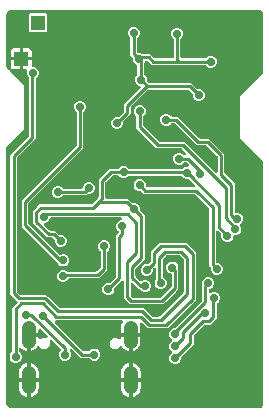
<source format=gbr>
G04 EAGLE Gerber RS-274X export*
G75*
%MOMM*%
%FSLAX34Y34*%
%LPD*%
%INBottom Copper*%
%IPPOS*%
%AMOC8*
5,1,8,0,0,1.08239X$1,22.5*%
G01*
%ADD10C,1.158000*%
%ADD11C,1.200000*%
%ADD12R,1.270000X1.270000*%
%ADD13C,0.711200*%
%ADD14C,0.254000*%

G36*
X7006Y2797D02*
X7006Y2797D01*
X7058Y2797D01*
X8263Y2864D01*
X8276Y2861D01*
X8366Y2827D01*
X8430Y2821D01*
X8492Y2805D01*
X8652Y2795D01*
X216697Y2795D01*
X216759Y2803D01*
X216821Y2801D01*
X216980Y2827D01*
X217561Y2960D01*
X217569Y2963D01*
X217579Y2964D01*
X217719Y3018D01*
X217859Y3069D01*
X217867Y3074D01*
X217876Y3077D01*
X218013Y3162D01*
X219106Y3939D01*
X219174Y4001D01*
X219248Y4056D01*
X219290Y4108D01*
X219340Y4154D01*
X219390Y4231D01*
X219448Y4303D01*
X219504Y4406D01*
X219513Y4421D01*
X219516Y4429D01*
X219525Y4445D01*
X220083Y5664D01*
X220086Y5673D01*
X220091Y5681D01*
X220133Y5824D01*
X220178Y5967D01*
X220179Y5977D01*
X220181Y5986D01*
X220197Y6146D01*
X220204Y6334D01*
X220203Y6348D01*
X220205Y6381D01*
X220205Y7059D01*
X220203Y7079D01*
X220200Y7178D01*
X220101Y8219D01*
X220116Y8245D01*
X220146Y8361D01*
X220183Y8475D01*
X220185Y8515D01*
X220195Y8553D01*
X220205Y8714D01*
X220205Y211317D01*
X220193Y211415D01*
X220190Y211514D01*
X220173Y211572D01*
X220165Y211632D01*
X220129Y211724D01*
X220101Y211819D01*
X220071Y211872D01*
X220048Y211928D01*
X219990Y212008D01*
X219940Y212093D01*
X219874Y212169D01*
X219862Y212185D01*
X219852Y212193D01*
X219834Y212214D01*
X200205Y231842D01*
X200205Y267158D01*
X219834Y286786D01*
X219894Y286864D01*
X219962Y286936D01*
X219991Y286989D01*
X220028Y287037D01*
X220068Y287128D01*
X220116Y287215D01*
X220131Y287273D01*
X220155Y287329D01*
X220170Y287427D01*
X220195Y287523D01*
X220201Y287623D01*
X220205Y287643D01*
X220203Y287655D01*
X220205Y287683D01*
X220205Y337170D01*
X220198Y337226D01*
X220200Y337283D01*
X220176Y337443D01*
X220107Y337752D01*
X220104Y337761D01*
X220103Y337770D01*
X220051Y337911D01*
X220001Y338052D01*
X219995Y338060D01*
X219992Y338068D01*
X219909Y338206D01*
X219470Y338835D01*
X219408Y338903D01*
X219353Y338978D01*
X219302Y339021D01*
X219256Y339071D01*
X219179Y339122D01*
X219108Y339181D01*
X219005Y339237D01*
X218991Y339246D01*
X218983Y339249D01*
X218967Y339258D01*
X218273Y339583D01*
X218264Y339586D01*
X218256Y339591D01*
X218113Y339635D01*
X217970Y339681D01*
X217961Y339681D01*
X217952Y339684D01*
X217792Y339701D01*
X217736Y339704D01*
X217720Y339703D01*
X217679Y339705D01*
X217174Y339705D01*
X217153Y339703D01*
X217066Y339701D01*
X215998Y339609D01*
X215986Y339616D01*
X215875Y339644D01*
X215766Y339681D01*
X215721Y339684D01*
X215678Y339695D01*
X215517Y339705D01*
X8578Y339705D01*
X8535Y339700D01*
X8491Y339702D01*
X8377Y339680D01*
X8262Y339665D01*
X8222Y339649D01*
X8179Y339641D01*
X8105Y339606D01*
X7033Y339700D01*
X7011Y339700D01*
X6921Y339705D01*
X6379Y339705D01*
X6363Y339703D01*
X6324Y339704D01*
X6040Y339692D01*
X6031Y339690D01*
X6022Y339691D01*
X5874Y339664D01*
X5727Y339639D01*
X5718Y339635D01*
X5709Y339633D01*
X5559Y339574D01*
X4392Y339031D01*
X4344Y339001D01*
X4314Y338989D01*
X4284Y338968D01*
X4231Y338942D01*
X4180Y338898D01*
X4123Y338862D01*
X4088Y338825D01*
X4057Y338802D01*
X4029Y338769D01*
X3989Y338735D01*
X3916Y338643D01*
X3904Y338631D01*
X3900Y338624D01*
X3889Y338609D01*
X3150Y337556D01*
X3146Y337547D01*
X3139Y337540D01*
X3072Y337407D01*
X3001Y337274D01*
X2999Y337265D01*
X2995Y337257D01*
X2950Y337102D01*
X2825Y336539D01*
X2820Y336481D01*
X2805Y336424D01*
X2795Y336264D01*
X2795Y291683D01*
X2807Y291585D01*
X2810Y291486D01*
X2827Y291428D01*
X2835Y291368D01*
X2871Y291276D01*
X2899Y291181D01*
X2929Y291128D01*
X2952Y291072D01*
X3010Y290992D01*
X3060Y290907D01*
X3126Y290831D01*
X3138Y290815D01*
X3148Y290807D01*
X3166Y290786D01*
X4556Y289397D01*
X4678Y289302D01*
X4796Y289208D01*
X4802Y289206D01*
X4807Y289202D01*
X4949Y289140D01*
X5086Y289079D01*
X5093Y289078D01*
X5099Y289075D01*
X5251Y289051D01*
X5400Y289026D01*
X5406Y289026D01*
X5413Y289025D01*
X5566Y289040D01*
X5717Y289052D01*
X5723Y289055D01*
X5730Y289055D01*
X5787Y289076D01*
X5774Y289013D01*
X5741Y288864D01*
X5741Y288857D01*
X5739Y288851D01*
X5746Y288700D01*
X5750Y288546D01*
X5752Y288540D01*
X5752Y288533D01*
X5796Y288386D01*
X5839Y288241D01*
X5842Y288235D01*
X5844Y288228D01*
X5922Y288099D01*
X6000Y287967D01*
X6006Y287960D01*
X6008Y287956D01*
X6016Y287949D01*
X6107Y287846D01*
X17795Y276158D01*
X17795Y238842D01*
X3166Y224214D01*
X3106Y224136D01*
X3038Y224064D01*
X3009Y224011D01*
X2972Y223963D01*
X2932Y223872D01*
X2884Y223785D01*
X2869Y223727D01*
X2845Y223671D01*
X2830Y223573D01*
X2805Y223477D01*
X2799Y223377D01*
X2795Y223357D01*
X2797Y223345D01*
X2795Y223317D01*
X2795Y6543D01*
X2799Y6505D01*
X2797Y6467D01*
X2817Y6307D01*
X2940Y5655D01*
X2943Y5647D01*
X2943Y5637D01*
X2991Y5496D01*
X3038Y5353D01*
X3043Y5345D01*
X3046Y5336D01*
X3125Y5196D01*
X3882Y4039D01*
X3942Y3969D01*
X3994Y3892D01*
X4044Y3848D01*
X4088Y3797D01*
X4163Y3743D01*
X4233Y3683D01*
X4334Y3623D01*
X4348Y3613D01*
X4356Y3610D01*
X4372Y3601D01*
X5606Y2977D01*
X5615Y2974D01*
X5622Y2969D01*
X5765Y2920D01*
X5905Y2871D01*
X5915Y2870D01*
X5923Y2867D01*
X6083Y2844D01*
X6695Y2798D01*
X6716Y2799D01*
X6790Y2795D01*
X6987Y2795D01*
X7006Y2797D01*
G37*
%LPC*%
G36*
X107441Y90485D02*
X107441Y90485D01*
X102259Y95667D01*
X102259Y109433D01*
X102242Y109570D01*
X102242Y109572D01*
X102237Y109649D01*
X102234Y109659D01*
X102229Y109709D01*
X102222Y109728D01*
X102219Y109748D01*
X102168Y109877D01*
X102121Y110008D01*
X102110Y110025D01*
X102102Y110044D01*
X102021Y110156D01*
X101943Y110272D01*
X101928Y110285D01*
X101916Y110301D01*
X101808Y110390D01*
X101704Y110482D01*
X101686Y110491D01*
X101671Y110504D01*
X101545Y110563D01*
X101421Y110627D01*
X101401Y110631D01*
X101383Y110640D01*
X101247Y110666D01*
X101111Y110696D01*
X101090Y110696D01*
X101071Y110699D01*
X100932Y110691D01*
X100793Y110687D01*
X100773Y110681D01*
X100753Y110680D01*
X100621Y110637D01*
X100487Y110598D01*
X100470Y110588D01*
X100451Y110582D01*
X100363Y110526D01*
X100358Y110524D01*
X100345Y110515D01*
X100333Y110507D01*
X100213Y110437D01*
X100192Y110418D01*
X100182Y110412D01*
X100168Y110397D01*
X100101Y110337D01*
X100100Y110337D01*
X100093Y110330D01*
X94612Y104850D01*
X94552Y104772D01*
X94484Y104700D01*
X94455Y104647D01*
X94418Y104599D01*
X94378Y104508D01*
X94330Y104421D01*
X94315Y104363D01*
X94291Y104307D01*
X94276Y104209D01*
X94251Y104113D01*
X94245Y104013D01*
X94241Y103993D01*
X94243Y103981D01*
X94241Y103953D01*
X94241Y102339D01*
X93467Y100472D01*
X92038Y99043D01*
X90171Y98269D01*
X88149Y98269D01*
X86282Y99043D01*
X84853Y100472D01*
X84079Y102339D01*
X84079Y104361D01*
X84853Y106228D01*
X86282Y107657D01*
X88149Y108431D01*
X89763Y108431D01*
X89861Y108443D01*
X89960Y108446D01*
X90018Y108463D01*
X90078Y108471D01*
X90170Y108507D01*
X90265Y108535D01*
X90318Y108565D01*
X90374Y108588D01*
X90454Y108646D01*
X90539Y108696D01*
X90615Y108762D01*
X90631Y108774D01*
X90639Y108784D01*
X90660Y108802D01*
X95324Y113466D01*
X95384Y113544D01*
X95452Y113616D01*
X95481Y113669D01*
X95519Y113717D01*
X95558Y113808D01*
X95606Y113895D01*
X95621Y113953D01*
X95645Y114009D01*
X95660Y114107D01*
X95685Y114203D01*
X95691Y114303D01*
X95695Y114323D01*
X95694Y114335D01*
X95695Y114363D01*
X95695Y149173D01*
X97548Y151026D01*
X97621Y151120D01*
X97700Y151209D01*
X97718Y151245D01*
X97743Y151277D01*
X97791Y151386D01*
X97845Y151492D01*
X97854Y151532D01*
X97870Y151569D01*
X97888Y151687D01*
X97914Y151803D01*
X97913Y151843D01*
X97919Y151883D01*
X97908Y152002D01*
X97905Y152120D01*
X97893Y152159D01*
X97890Y152200D01*
X97849Y152312D01*
X97816Y152426D01*
X97796Y152461D01*
X97782Y152499D01*
X97715Y152597D01*
X97655Y152700D01*
X97615Y152745D01*
X97603Y152762D01*
X97588Y152775D01*
X97548Y152821D01*
X96707Y153662D01*
X95934Y155529D01*
X95934Y157550D01*
X96707Y159418D01*
X98137Y160847D01*
X100204Y161703D01*
X100265Y161738D01*
X100330Y161764D01*
X100403Y161816D01*
X100481Y161861D01*
X100531Y161909D01*
X100587Y161950D01*
X100645Y162020D01*
X100709Y162082D01*
X100746Y162142D01*
X100790Y162195D01*
X100828Y162277D01*
X100875Y162353D01*
X100896Y162420D01*
X100926Y162483D01*
X100943Y162571D01*
X100969Y162657D01*
X100972Y162727D01*
X100985Y162796D01*
X100980Y162885D01*
X100984Y162975D01*
X100970Y163043D01*
X100966Y163113D01*
X100938Y163198D01*
X100920Y163286D01*
X100889Y163349D01*
X100868Y163415D01*
X100820Y163491D01*
X100780Y163572D01*
X100735Y163625D01*
X100697Y163684D01*
X100632Y163746D01*
X100574Y163814D01*
X100517Y163854D01*
X100466Y163902D01*
X100387Y163945D01*
X100314Y163997D01*
X100248Y164022D01*
X100187Y164056D01*
X100101Y164078D01*
X100016Y164110D01*
X99947Y164118D01*
X99879Y164135D01*
X99719Y164145D01*
X40509Y164145D01*
X40480Y164142D01*
X40451Y164144D01*
X40323Y164122D01*
X40194Y164105D01*
X40166Y164095D01*
X40137Y164090D01*
X40019Y164036D01*
X39898Y163988D01*
X39874Y163971D01*
X39847Y163959D01*
X39746Y163878D01*
X39641Y163802D01*
X39622Y163779D01*
X39599Y163760D01*
X39521Y163657D01*
X39438Y163557D01*
X39425Y163530D01*
X39408Y163506D01*
X39337Y163362D01*
X38707Y161842D01*
X37278Y160413D01*
X35314Y159599D01*
X35270Y159574D01*
X35224Y159558D01*
X35133Y159496D01*
X35037Y159442D01*
X35002Y159407D01*
X34960Y159379D01*
X34888Y159297D01*
X34809Y159220D01*
X34783Y159178D01*
X34750Y159141D01*
X34700Y159043D01*
X34643Y158949D01*
X34628Y158902D01*
X34605Y158857D01*
X34581Y158750D01*
X34549Y158645D01*
X34547Y158596D01*
X34536Y158547D01*
X34539Y158437D01*
X34534Y158328D01*
X34544Y158279D01*
X34545Y158229D01*
X34576Y158124D01*
X34598Y158016D01*
X34620Y157971D01*
X34634Y157924D01*
X34689Y157829D01*
X34738Y157730D01*
X34770Y157692D01*
X34795Y157650D01*
X34902Y157529D01*
X39228Y153203D01*
X39306Y153142D01*
X39378Y153074D01*
X39431Y153045D01*
X39479Y153008D01*
X39570Y152969D01*
X39657Y152921D01*
X39715Y152906D01*
X39771Y152882D01*
X39869Y152866D01*
X39965Y152841D01*
X40065Y152835D01*
X40085Y152832D01*
X40097Y152833D01*
X40125Y152831D01*
X43985Y152831D01*
X47212Y149604D01*
X47290Y149543D01*
X47363Y149476D01*
X47416Y149446D01*
X47463Y149409D01*
X47554Y149370D01*
X47641Y149322D01*
X47700Y149307D01*
X47755Y149283D01*
X47853Y149267D01*
X47949Y149243D01*
X48049Y149236D01*
X48069Y149233D01*
X48082Y149234D01*
X48110Y149232D01*
X49723Y149232D01*
X51590Y148459D01*
X53020Y147030D01*
X53793Y145162D01*
X53793Y143141D01*
X53020Y141274D01*
X51590Y139844D01*
X49723Y139071D01*
X47702Y139071D01*
X45834Y139844D01*
X44405Y141274D01*
X43632Y143141D01*
X43632Y144754D01*
X43619Y144853D01*
X43616Y144952D01*
X43599Y145010D01*
X43592Y145070D01*
X43555Y145162D01*
X43528Y145257D01*
X43497Y145309D01*
X43475Y145366D01*
X43417Y145446D01*
X43366Y145531D01*
X43300Y145606D01*
X43288Y145623D01*
X43278Y145631D01*
X43260Y145652D01*
X42042Y146870D01*
X41964Y146931D01*
X41891Y146998D01*
X41838Y147028D01*
X41791Y147065D01*
X41700Y147104D01*
X41613Y147152D01*
X41554Y147167D01*
X41499Y147191D01*
X41401Y147207D01*
X41305Y147231D01*
X41205Y147238D01*
X41185Y147241D01*
X41172Y147240D01*
X41144Y147242D01*
X37284Y147242D01*
X25053Y159473D01*
X25053Y169630D01*
X27062Y171639D01*
X28727Y173305D01*
X30736Y175314D01*
X74536Y175314D01*
X74634Y175326D01*
X74733Y175329D01*
X74791Y175346D01*
X74851Y175354D01*
X74943Y175390D01*
X75038Y175418D01*
X75091Y175448D01*
X75147Y175471D01*
X75227Y175529D01*
X75312Y175579D01*
X75388Y175645D01*
X75404Y175657D01*
X75412Y175667D01*
X75433Y175685D01*
X80434Y180686D01*
X80494Y180764D01*
X80562Y180836D01*
X80591Y180889D01*
X80628Y180937D01*
X80668Y181028D01*
X80716Y181115D01*
X80731Y181173D01*
X80755Y181229D01*
X80770Y181327D01*
X80795Y181423D01*
X80801Y181523D01*
X80805Y181543D01*
X80803Y181555D01*
X80805Y181583D01*
X80805Y196058D01*
X90042Y205295D01*
X97164Y205295D01*
X97262Y205307D01*
X97361Y205310D01*
X97419Y205327D01*
X97479Y205335D01*
X97571Y205371D01*
X97667Y205399D01*
X97719Y205429D01*
X97775Y205452D01*
X97855Y205510D01*
X97940Y205560D01*
X98016Y205626D01*
X98032Y205638D01*
X98040Y205648D01*
X98061Y205667D01*
X99102Y206707D01*
X100969Y207481D01*
X102991Y207481D01*
X104858Y206707D01*
X105999Y205566D01*
X106077Y205506D01*
X106149Y205438D01*
X106202Y205409D01*
X106250Y205372D01*
X106341Y205332D01*
X106428Y205284D01*
X106486Y205269D01*
X106542Y205245D01*
X106640Y205230D01*
X106736Y205205D01*
X106836Y205199D01*
X106856Y205195D01*
X106868Y205197D01*
X106896Y205195D01*
X150950Y205195D01*
X151048Y205207D01*
X151147Y205210D01*
X151205Y205227D01*
X151265Y205235D01*
X151357Y205271D01*
X151453Y205299D01*
X151505Y205329D01*
X151561Y205352D01*
X151641Y205410D01*
X151726Y205460D01*
X151802Y205526D01*
X151818Y205538D01*
X151826Y205548D01*
X151847Y205567D01*
X152788Y206507D01*
X154655Y207281D01*
X156025Y207281D01*
X156163Y207298D01*
X156301Y207311D01*
X156320Y207318D01*
X156340Y207321D01*
X156469Y207372D01*
X156600Y207419D01*
X156617Y207430D01*
X156636Y207438D01*
X156748Y207519D01*
X156863Y207597D01*
X156877Y207613D01*
X156893Y207624D01*
X156982Y207732D01*
X157074Y207836D01*
X157083Y207854D01*
X157096Y207869D01*
X157155Y207995D01*
X157219Y208119D01*
X157223Y208139D01*
X157232Y208157D01*
X157258Y208294D01*
X157288Y208429D01*
X157288Y208450D01*
X157291Y208469D01*
X157283Y208608D01*
X157279Y208747D01*
X157273Y208767D01*
X157272Y208787D01*
X157229Y208919D01*
X157190Y209053D01*
X157180Y209070D01*
X157174Y209089D01*
X157099Y209207D01*
X157029Y209327D01*
X157010Y209348D01*
X157003Y209358D01*
X156988Y209372D01*
X156922Y209447D01*
X155665Y210705D01*
X155587Y210765D01*
X155515Y210833D01*
X155462Y210862D01*
X155414Y210899D01*
X155323Y210939D01*
X155236Y210987D01*
X155178Y211002D01*
X155122Y211026D01*
X155024Y211041D01*
X154928Y211066D01*
X154828Y211072D01*
X154808Y211076D01*
X154796Y211074D01*
X154768Y211076D01*
X153953Y211076D01*
X153855Y211064D01*
X153756Y211061D01*
X153698Y211044D01*
X153638Y211036D01*
X153546Y211000D01*
X153451Y210972D01*
X153398Y210942D01*
X153342Y210919D01*
X153262Y210861D01*
X153177Y210811D01*
X153101Y210745D01*
X153085Y210733D01*
X153077Y210723D01*
X153056Y210705D01*
X151915Y209564D01*
X150048Y208790D01*
X148026Y208790D01*
X146159Y209564D01*
X144730Y210993D01*
X143956Y212860D01*
X143956Y214882D01*
X144730Y216749D01*
X146159Y218178D01*
X148026Y218952D01*
X150048Y218952D01*
X151915Y218178D01*
X153056Y217037D01*
X153134Y216977D01*
X153206Y216909D01*
X153259Y216880D01*
X153307Y216843D01*
X153398Y216803D01*
X153485Y216755D01*
X153543Y216740D01*
X153599Y216716D01*
X153697Y216701D01*
X153793Y216676D01*
X153893Y216670D01*
X153913Y216666D01*
X153925Y216668D01*
X153953Y216666D01*
X153992Y216666D01*
X154129Y216683D01*
X154268Y216696D01*
X154287Y216703D01*
X154307Y216706D01*
X154436Y216757D01*
X154568Y216804D01*
X154584Y216815D01*
X154603Y216823D01*
X154715Y216904D01*
X154831Y216982D01*
X154844Y216998D01*
X154860Y217009D01*
X154949Y217117D01*
X155041Y217221D01*
X155050Y217239D01*
X155063Y217254D01*
X155122Y217380D01*
X155186Y217504D01*
X155190Y217524D01*
X155199Y217542D01*
X155225Y217678D01*
X155255Y217814D01*
X155255Y217835D01*
X155259Y217854D01*
X155250Y217993D01*
X155246Y218132D01*
X155240Y218152D01*
X155239Y218172D01*
X155196Y218304D01*
X155157Y218438D01*
X155147Y218455D01*
X155141Y218474D01*
X155066Y218592D01*
X154996Y218712D01*
X154977Y218733D01*
X154971Y218743D01*
X154956Y218757D01*
X154889Y218832D01*
X151391Y222331D01*
X151313Y222391D01*
X151241Y222459D01*
X151188Y222489D01*
X151140Y222526D01*
X151049Y222565D01*
X150962Y222613D01*
X150904Y222628D01*
X150848Y222652D01*
X150750Y222668D01*
X150654Y222692D01*
X150554Y222699D01*
X150534Y222702D01*
X150522Y222701D01*
X150494Y222702D01*
X132520Y222702D01*
X129679Y222702D01*
X127671Y224711D01*
X112842Y239539D01*
X112842Y248981D01*
X112830Y249079D01*
X112827Y249178D01*
X112810Y249236D01*
X112803Y249296D01*
X112766Y249388D01*
X112739Y249484D01*
X112708Y249536D01*
X112685Y249592D01*
X112627Y249672D01*
X112577Y249757D01*
X112511Y249833D01*
X112499Y249849D01*
X112489Y249857D01*
X112471Y249878D01*
X111330Y251019D01*
X110556Y252886D01*
X110556Y254908D01*
X111330Y256775D01*
X112759Y258204D01*
X114626Y258978D01*
X116648Y258978D01*
X118515Y258204D01*
X119944Y256775D01*
X120718Y254908D01*
X120718Y252886D01*
X119944Y251019D01*
X118804Y249878D01*
X118743Y249800D01*
X118675Y249728D01*
X118646Y249675D01*
X118609Y249627D01*
X118569Y249536D01*
X118522Y249449D01*
X118506Y249391D01*
X118482Y249335D01*
X118467Y249237D01*
X118442Y249142D01*
X118436Y249041D01*
X118432Y249021D01*
X118434Y249009D01*
X118432Y248981D01*
X118432Y242380D01*
X118444Y242282D01*
X118447Y242183D01*
X118464Y242125D01*
X118472Y242065D01*
X118508Y241973D01*
X118536Y241878D01*
X118566Y241826D01*
X118589Y241769D01*
X118647Y241689D01*
X118697Y241604D01*
X118764Y241528D01*
X118776Y241512D01*
X118785Y241504D01*
X118804Y241483D01*
X131623Y228664D01*
X131701Y228603D01*
X131773Y228535D01*
X131826Y228506D01*
X131874Y228469D01*
X131965Y228429D01*
X132052Y228382D01*
X132110Y228366D01*
X132166Y228342D01*
X132264Y228327D01*
X132360Y228302D01*
X132460Y228296D01*
X132480Y228293D01*
X132492Y228294D01*
X132520Y228292D01*
X150494Y228292D01*
X153335Y228292D01*
X155343Y226284D01*
X155343Y226283D01*
X179444Y202183D01*
X179553Y202098D01*
X179660Y202009D01*
X179679Y202000D01*
X179695Y201988D01*
X179823Y201933D01*
X179948Y201874D01*
X179968Y201870D01*
X179987Y201862D01*
X180125Y201840D01*
X180261Y201814D01*
X180281Y201815D01*
X180301Y201812D01*
X180440Y201825D01*
X180578Y201834D01*
X180597Y201840D01*
X180617Y201842D01*
X180749Y201889D01*
X180880Y201932D01*
X180898Y201942D01*
X180917Y201949D01*
X181032Y202027D01*
X181149Y202102D01*
X181163Y202117D01*
X181180Y202128D01*
X181272Y202232D01*
X181367Y202333D01*
X181377Y202351D01*
X181390Y202366D01*
X181454Y202490D01*
X181521Y202612D01*
X181526Y202631D01*
X181535Y202650D01*
X181565Y202785D01*
X181600Y202920D01*
X181602Y202948D01*
X181605Y202960D01*
X181604Y202980D01*
X181610Y203080D01*
X181610Y215312D01*
X181598Y215410D01*
X181595Y215509D01*
X181578Y215567D01*
X181570Y215627D01*
X181534Y215719D01*
X181506Y215814D01*
X181476Y215867D01*
X181453Y215923D01*
X181395Y216003D01*
X181345Y216088D01*
X181279Y216164D01*
X181267Y216180D01*
X181257Y216188D01*
X181239Y216209D01*
X172604Y224844D01*
X172526Y224904D01*
X172454Y224972D01*
X172401Y225001D01*
X172353Y225038D01*
X172262Y225078D01*
X172175Y225126D01*
X172117Y225141D01*
X172061Y225165D01*
X171963Y225180D01*
X171867Y225205D01*
X171767Y225211D01*
X171747Y225215D01*
X171735Y225213D01*
X171707Y225215D01*
X164162Y225215D01*
X162154Y227224D01*
X145724Y243654D01*
X145646Y243714D01*
X145574Y243782D01*
X145521Y243811D01*
X145473Y243848D01*
X145382Y243888D01*
X145295Y243936D01*
X145237Y243951D01*
X145181Y243975D01*
X145083Y243990D01*
X144987Y244015D01*
X144887Y244021D01*
X144867Y244025D01*
X144855Y244023D01*
X144827Y244025D01*
X142916Y244025D01*
X142818Y244013D01*
X142719Y244010D01*
X142661Y243993D01*
X142601Y243985D01*
X142509Y243949D01*
X142414Y243921D01*
X142361Y243891D01*
X142305Y243868D01*
X142225Y243810D01*
X142140Y243760D01*
X142064Y243694D01*
X142048Y243682D01*
X142040Y243672D01*
X142019Y243654D01*
X140878Y242513D01*
X139011Y241739D01*
X136989Y241739D01*
X135122Y242513D01*
X133693Y243942D01*
X132919Y245809D01*
X132919Y247831D01*
X133693Y249698D01*
X135122Y251127D01*
X136989Y251901D01*
X139011Y251901D01*
X140878Y251127D01*
X142019Y249986D01*
X142097Y249926D01*
X142169Y249858D01*
X142222Y249829D01*
X142270Y249792D01*
X142361Y249752D01*
X142448Y249704D01*
X142506Y249689D01*
X142562Y249665D01*
X142660Y249650D01*
X142756Y249625D01*
X142856Y249619D01*
X142876Y249615D01*
X142888Y249617D01*
X142916Y249615D01*
X147668Y249615D01*
X149676Y247606D01*
X166106Y231176D01*
X166184Y231116D01*
X166256Y231048D01*
X166309Y231019D01*
X166357Y230982D01*
X166448Y230942D01*
X166535Y230894D01*
X166593Y230879D01*
X166649Y230855D01*
X166747Y230840D01*
X166843Y230815D01*
X166943Y230809D01*
X166963Y230805D01*
X166975Y230807D01*
X167003Y230805D01*
X174548Y230805D01*
X187200Y218153D01*
X187200Y202188D01*
X187212Y202090D01*
X187215Y201991D01*
X187232Y201933D01*
X187240Y201873D01*
X187276Y201781D01*
X187304Y201686D01*
X187334Y201633D01*
X187357Y201577D01*
X187415Y201497D01*
X187465Y201412D01*
X187531Y201336D01*
X187543Y201320D01*
X187553Y201312D01*
X187571Y201291D01*
X195905Y192958D01*
X195905Y169530D01*
X195920Y169412D01*
X195927Y169293D01*
X195940Y169255D01*
X195945Y169214D01*
X195988Y169104D01*
X196025Y168991D01*
X196047Y168956D01*
X196062Y168919D01*
X196131Y168823D01*
X196195Y168722D01*
X196225Y168694D01*
X196248Y168661D01*
X196340Y168585D01*
X196427Y168504D01*
X196462Y168484D01*
X196493Y168459D01*
X196601Y168408D01*
X196705Y168350D01*
X196745Y168340D01*
X196781Y168323D01*
X196898Y168301D01*
X197013Y168271D01*
X197073Y168267D01*
X197093Y168263D01*
X197114Y168265D01*
X197174Y168261D01*
X199051Y168261D01*
X200918Y167487D01*
X202347Y166058D01*
X203121Y164191D01*
X203121Y162169D01*
X202347Y160302D01*
X201183Y159138D01*
X201152Y159098D01*
X201145Y159092D01*
X201123Y159060D01*
X201110Y159043D01*
X201031Y158954D01*
X201013Y158918D01*
X200988Y158886D01*
X200968Y158840D01*
X200962Y158832D01*
X200946Y158791D01*
X200941Y158777D01*
X200886Y158671D01*
X200878Y158632D01*
X200861Y158594D01*
X200854Y158546D01*
X200849Y158535D01*
X200843Y158480D01*
X200843Y158477D01*
X200817Y158361D01*
X200818Y158320D01*
X200812Y158280D01*
X200816Y158234D01*
X200814Y158219D01*
X200823Y158156D01*
X200826Y158043D01*
X200838Y158004D01*
X200841Y157964D01*
X200856Y157924D01*
X200859Y157904D01*
X200911Y157751D01*
X200911Y157750D01*
X200915Y157737D01*
X200920Y157728D01*
X201781Y155651D01*
X201781Y153629D01*
X201007Y151762D01*
X199578Y150333D01*
X197711Y149559D01*
X196250Y149559D01*
X196132Y149544D01*
X196013Y149537D01*
X195975Y149524D01*
X195934Y149519D01*
X195824Y149476D01*
X195711Y149439D01*
X195676Y149417D01*
X195639Y149402D01*
X195543Y149333D01*
X195442Y149269D01*
X195414Y149239D01*
X195381Y149216D01*
X195305Y149124D01*
X195224Y149037D01*
X195204Y149002D01*
X195179Y148971D01*
X195128Y148863D01*
X195070Y148759D01*
X195060Y148719D01*
X195043Y148683D01*
X195021Y148566D01*
X194991Y148451D01*
X194987Y148391D01*
X194983Y148371D01*
X194985Y148350D01*
X194981Y148290D01*
X194981Y147869D01*
X194207Y146002D01*
X192778Y144573D01*
X190911Y143799D01*
X188889Y143799D01*
X187022Y144573D01*
X185593Y146002D01*
X184819Y147869D01*
X184819Y149483D01*
X184807Y149581D01*
X184804Y149680D01*
X184787Y149738D01*
X184779Y149798D01*
X184743Y149890D01*
X184715Y149985D01*
X184685Y150038D01*
X184662Y150094D01*
X184604Y150174D01*
X184554Y150259D01*
X184488Y150335D01*
X184476Y150351D01*
X184466Y150359D01*
X184448Y150380D01*
X182361Y152466D01*
X182252Y152551D01*
X182145Y152640D01*
X182126Y152649D01*
X182110Y152661D01*
X181982Y152717D01*
X181857Y152776D01*
X181837Y152779D01*
X181818Y152787D01*
X181680Y152809D01*
X181544Y152835D01*
X181524Y152834D01*
X181504Y152837D01*
X181365Y152824D01*
X181227Y152816D01*
X181208Y152809D01*
X181188Y152808D01*
X181056Y152760D01*
X180925Y152718D01*
X180907Y152707D01*
X180888Y152700D01*
X180773Y152622D01*
X180656Y152547D01*
X180642Y152533D01*
X180625Y152521D01*
X180533Y152417D01*
X180438Y152316D01*
X180428Y152298D01*
X180415Y152283D01*
X180351Y152159D01*
X180284Y152037D01*
X180279Y152018D01*
X180270Y152000D01*
X180240Y151864D01*
X180205Y151729D01*
X180203Y151701D01*
X180200Y151689D01*
X180201Y151669D01*
X180195Y151569D01*
X180195Y126818D01*
X180210Y126700D01*
X180217Y126581D01*
X180230Y126543D01*
X180235Y126503D01*
X180278Y126392D01*
X180315Y126279D01*
X180337Y126245D01*
X180352Y126207D01*
X180421Y126111D01*
X180485Y126010D01*
X180515Y125982D01*
X180538Y125950D01*
X180630Y125874D01*
X180717Y125792D01*
X180752Y125773D01*
X180783Y125747D01*
X180891Y125696D01*
X180995Y125639D01*
X181035Y125629D01*
X181071Y125611D01*
X181188Y125589D01*
X181303Y125559D01*
X181363Y125555D01*
X181383Y125552D01*
X181404Y125553D01*
X181464Y125549D01*
X181983Y125549D01*
X183850Y124775D01*
X185279Y123346D01*
X186053Y121479D01*
X186053Y119458D01*
X185279Y117590D01*
X183850Y116161D01*
X181983Y115387D01*
X179961Y115387D01*
X178094Y116161D01*
X176665Y117590D01*
X175891Y119458D01*
X175891Y121071D01*
X175879Y121169D01*
X175876Y121268D01*
X175859Y121326D01*
X175852Y121386D01*
X175815Y121478D01*
X175788Y121574D01*
X175757Y121626D01*
X175734Y121682D01*
X175676Y121762D01*
X175626Y121848D01*
X175560Y121923D01*
X175548Y121939D01*
X175538Y121947D01*
X175520Y121968D01*
X174605Y122883D01*
X174605Y170917D01*
X174593Y171015D01*
X174590Y171114D01*
X174573Y171172D01*
X174565Y171232D01*
X174529Y171324D01*
X174501Y171419D01*
X174471Y171472D01*
X174448Y171528D01*
X174390Y171608D01*
X174340Y171693D01*
X174274Y171769D01*
X174262Y171785D01*
X174252Y171793D01*
X174234Y171814D01*
X162424Y183624D01*
X162346Y183684D01*
X162274Y183752D01*
X162221Y183781D01*
X162173Y183818D01*
X162082Y183858D01*
X161995Y183906D01*
X161937Y183921D01*
X161881Y183945D01*
X161783Y183960D01*
X161687Y183985D01*
X161587Y183991D01*
X161567Y183995D01*
X161555Y183993D01*
X161527Y183995D01*
X122293Y183995D01*
X122195Y183983D01*
X122096Y183980D01*
X122038Y183963D01*
X121978Y183955D01*
X121886Y183919D01*
X121804Y183895D01*
X119352Y183895D01*
X117020Y186228D01*
X116942Y186288D01*
X116870Y186356D01*
X116817Y186385D01*
X116769Y186422D01*
X116678Y186462D01*
X116591Y186510D01*
X116533Y186525D01*
X116477Y186549D01*
X116379Y186564D01*
X116283Y186589D01*
X116183Y186595D01*
X116163Y186599D01*
X116151Y186597D01*
X116123Y186599D01*
X114509Y186599D01*
X112642Y187373D01*
X111213Y188802D01*
X110439Y190669D01*
X110439Y192691D01*
X111213Y194558D01*
X112642Y195987D01*
X114509Y196761D01*
X116531Y196761D01*
X118398Y195987D01*
X119827Y194558D01*
X120601Y192691D01*
X120601Y191077D01*
X120613Y190979D01*
X120616Y190880D01*
X120633Y190822D01*
X120641Y190762D01*
X120677Y190670D01*
X120705Y190575D01*
X120735Y190522D01*
X120758Y190466D01*
X120816Y190386D01*
X120866Y190301D01*
X120932Y190225D01*
X120944Y190209D01*
X120954Y190201D01*
X120972Y190180D01*
X121196Y189956D01*
X121274Y189896D01*
X121346Y189828D01*
X121399Y189799D01*
X121447Y189762D01*
X121538Y189722D01*
X121625Y189674D01*
X121683Y189659D01*
X121739Y189635D01*
X121837Y189620D01*
X121933Y189595D01*
X122033Y189589D01*
X122053Y189585D01*
X122065Y189587D01*
X122093Y189585D01*
X161465Y189585D01*
X161603Y189602D01*
X161742Y189615D01*
X161761Y189622D01*
X161781Y189625D01*
X161910Y189676D01*
X162041Y189723D01*
X162058Y189734D01*
X162077Y189742D01*
X162189Y189823D01*
X162304Y189901D01*
X162318Y189917D01*
X162334Y189928D01*
X162423Y190036D01*
X162515Y190140D01*
X162524Y190158D01*
X162537Y190173D01*
X162596Y190299D01*
X162659Y190423D01*
X162664Y190443D01*
X162672Y190461D01*
X162698Y190597D01*
X162729Y190733D01*
X162728Y190754D01*
X162732Y190773D01*
X162723Y190912D01*
X162719Y191051D01*
X162714Y191071D01*
X162712Y191091D01*
X162670Y191223D01*
X162631Y191357D01*
X162620Y191374D01*
X162614Y191393D01*
X162540Y191511D01*
X162469Y191631D01*
X162451Y191652D01*
X162444Y191662D01*
X162429Y191676D01*
X162363Y191752D01*
X157380Y196734D01*
X157379Y196735D01*
X157366Y196748D01*
X157288Y196808D01*
X157216Y196876D01*
X157163Y196905D01*
X157115Y196942D01*
X157024Y196982D01*
X156937Y197030D01*
X156879Y197045D01*
X156823Y197069D01*
X156725Y197084D01*
X156629Y197109D01*
X156529Y197115D01*
X156509Y197119D01*
X156497Y197117D01*
X156469Y197119D01*
X154655Y197119D01*
X152788Y197893D01*
X151447Y199234D01*
X151369Y199294D01*
X151297Y199362D01*
X151244Y199391D01*
X151196Y199428D01*
X151105Y199468D01*
X151018Y199516D01*
X150960Y199531D01*
X150904Y199555D01*
X150806Y199570D01*
X150710Y199595D01*
X150610Y199601D01*
X150590Y199605D01*
X150578Y199603D01*
X150550Y199605D01*
X106896Y199605D01*
X106798Y199593D01*
X106699Y199590D01*
X106641Y199573D01*
X106581Y199565D01*
X106489Y199529D01*
X106394Y199501D01*
X106341Y199471D01*
X106285Y199448D01*
X106205Y199390D01*
X106120Y199340D01*
X106044Y199274D01*
X106028Y199262D01*
X106020Y199252D01*
X105999Y199234D01*
X104858Y198093D01*
X102991Y197319D01*
X100969Y197319D01*
X99102Y198093D01*
X97861Y199334D01*
X97783Y199394D01*
X97711Y199462D01*
X97658Y199491D01*
X97610Y199528D01*
X97519Y199568D01*
X97432Y199616D01*
X97374Y199631D01*
X97318Y199655D01*
X97220Y199670D01*
X97124Y199695D01*
X97024Y199701D01*
X97004Y199705D01*
X96992Y199703D01*
X96964Y199705D01*
X92883Y199705D01*
X92785Y199693D01*
X92686Y199690D01*
X92628Y199673D01*
X92568Y199665D01*
X92476Y199629D01*
X92381Y199601D01*
X92328Y199571D01*
X92272Y199548D01*
X92192Y199490D01*
X92107Y199440D01*
X92031Y199374D01*
X92015Y199362D01*
X92007Y199352D01*
X91986Y199334D01*
X86766Y194114D01*
X86706Y194036D01*
X86638Y193964D01*
X86609Y193911D01*
X86572Y193863D01*
X86532Y193772D01*
X86484Y193685D01*
X86469Y193627D01*
X86445Y193571D01*
X86430Y193473D01*
X86405Y193377D01*
X86399Y193277D01*
X86395Y193257D01*
X86397Y193245D01*
X86395Y193217D01*
X86395Y181314D01*
X86410Y181196D01*
X86417Y181077D01*
X86430Y181039D01*
X86435Y180998D01*
X86478Y180888D01*
X86515Y180775D01*
X86537Y180740D01*
X86552Y180703D01*
X86621Y180607D01*
X86685Y180506D01*
X86715Y180478D01*
X86738Y180445D01*
X86830Y180369D01*
X86917Y180288D01*
X86952Y180268D01*
X86983Y180243D01*
X87091Y180192D01*
X87195Y180134D01*
X87235Y180124D01*
X87271Y180107D01*
X87388Y180085D01*
X87503Y180055D01*
X87563Y180051D01*
X87583Y180047D01*
X87604Y180049D01*
X87664Y180045D01*
X106056Y180045D01*
X109387Y176714D01*
X109465Y176653D01*
X109537Y176585D01*
X109590Y176556D01*
X109638Y176519D01*
X109729Y176479D01*
X109816Y176431D01*
X109875Y176416D01*
X109930Y176392D01*
X110028Y176377D01*
X110124Y176352D01*
X110224Y176346D01*
X110244Y176342D01*
X110257Y176344D01*
X110285Y176342D01*
X111970Y176342D01*
X113837Y175568D01*
X115266Y174139D01*
X116040Y172272D01*
X116040Y170658D01*
X116052Y170560D01*
X116055Y170461D01*
X116072Y170403D01*
X116080Y170343D01*
X116116Y170251D01*
X116143Y170156D01*
X116174Y170104D01*
X116197Y170047D01*
X116255Y169967D01*
X116305Y169882D01*
X116371Y169806D01*
X116383Y169790D01*
X116393Y169782D01*
X116411Y169761D01*
X117909Y168264D01*
X117909Y168263D01*
X119918Y166255D01*
X119918Y128838D01*
X117909Y126830D01*
X112285Y121205D01*
X112224Y121127D01*
X112156Y121055D01*
X112127Y121002D01*
X112090Y120954D01*
X112050Y120863D01*
X112002Y120776D01*
X111987Y120718D01*
X111963Y120662D01*
X111948Y120564D01*
X111923Y120469D01*
X111917Y120368D01*
X111913Y120348D01*
X111915Y120336D01*
X111913Y120308D01*
X111913Y114920D01*
X111925Y114822D01*
X111928Y114723D01*
X111945Y114665D01*
X111953Y114604D01*
X111989Y114512D01*
X112017Y114417D01*
X112047Y114365D01*
X112070Y114309D01*
X112128Y114229D01*
X112178Y114143D01*
X112245Y114068D01*
X112257Y114051D01*
X112266Y114044D01*
X112285Y114023D01*
X115853Y110454D01*
X115948Y110381D01*
X116037Y110302D01*
X116073Y110284D01*
X116105Y110259D01*
X116214Y110211D01*
X116320Y110157D01*
X116359Y110148D01*
X116397Y110132D01*
X116514Y110114D01*
X116630Y110088D01*
X116671Y110089D01*
X116711Y110083D01*
X116829Y110094D01*
X116948Y110097D01*
X116987Y110109D01*
X117027Y110112D01*
X117139Y110153D01*
X117254Y110186D01*
X117288Y110206D01*
X117327Y110220D01*
X117338Y110227D01*
X119349Y111061D01*
X121371Y111061D01*
X123238Y110287D01*
X124667Y108858D01*
X125441Y106991D01*
X125441Y104969D01*
X124667Y103102D01*
X123238Y101673D01*
X121371Y100899D01*
X119349Y100899D01*
X117482Y101673D01*
X116341Y102814D01*
X116263Y102874D01*
X116191Y102942D01*
X116138Y102971D01*
X116090Y103008D01*
X115999Y103048D01*
X115912Y103096D01*
X115854Y103111D01*
X115798Y103135D01*
X115700Y103150D01*
X115604Y103175D01*
X115504Y103181D01*
X115484Y103185D01*
X115472Y103183D01*
X115444Y103185D01*
X115217Y103185D01*
X113208Y105194D01*
X110016Y108387D01*
X109906Y108472D01*
X109799Y108561D01*
X109780Y108569D01*
X109764Y108582D01*
X109636Y108637D01*
X109511Y108696D01*
X109491Y108700D01*
X109472Y108708D01*
X109334Y108730D01*
X109199Y108756D01*
X109178Y108755D01*
X109158Y108758D01*
X109019Y108745D01*
X108881Y108736D01*
X108862Y108730D01*
X108842Y108728D01*
X108710Y108681D01*
X108579Y108638D01*
X108562Y108627D01*
X108542Y108621D01*
X108427Y108542D01*
X108310Y108468D01*
X108296Y108453D01*
X108279Y108442D01*
X108187Y108338D01*
X108092Y108236D01*
X108082Y108219D01*
X108069Y108204D01*
X108005Y108079D01*
X107938Y107958D01*
X107933Y107938D01*
X107924Y107920D01*
X107894Y107784D01*
X107859Y107650D01*
X107857Y107622D01*
X107855Y107610D01*
X107855Y107590D01*
X107849Y107489D01*
X107849Y98508D01*
X107861Y98410D01*
X107864Y98311D01*
X107881Y98253D01*
X107889Y98193D01*
X107925Y98101D01*
X107953Y98006D01*
X107983Y97953D01*
X108006Y97897D01*
X108064Y97817D01*
X108114Y97732D01*
X108181Y97656D01*
X108193Y97640D01*
X108202Y97632D01*
X108221Y97611D01*
X109385Y96446D01*
X109463Y96386D01*
X109535Y96318D01*
X109588Y96289D01*
X109636Y96252D01*
X109727Y96212D01*
X109814Y96164D01*
X109872Y96149D01*
X109928Y96125D01*
X110026Y96110D01*
X110122Y96085D01*
X110222Y96079D01*
X110242Y96075D01*
X110254Y96077D01*
X110282Y96075D01*
X132810Y96075D01*
X132908Y96087D01*
X133007Y96090D01*
X133065Y96107D01*
X133125Y96115D01*
X133218Y96151D01*
X133313Y96179D01*
X133365Y96209D01*
X133421Y96232D01*
X133501Y96290D01*
X133587Y96340D01*
X133662Y96406D01*
X133678Y96418D01*
X133686Y96428D01*
X133707Y96446D01*
X142458Y105197D01*
X142519Y105275D01*
X142587Y105347D01*
X142616Y105400D01*
X142653Y105448D01*
X142692Y105539D01*
X142740Y105626D01*
X142755Y105684D01*
X142779Y105740D01*
X142795Y105838D01*
X142820Y105934D01*
X142826Y106034D01*
X142829Y106054D01*
X142828Y106067D01*
X142830Y106095D01*
X142830Y115606D01*
X142826Y115636D01*
X142828Y115665D01*
X142806Y115793D01*
X142790Y115922D01*
X142779Y115949D01*
X142774Y115978D01*
X142721Y116097D01*
X142673Y116218D01*
X142656Y116241D01*
X142643Y116268D01*
X142562Y116370D01*
X142486Y116475D01*
X142463Y116494D01*
X142445Y116517D01*
X142341Y116595D01*
X142241Y116678D01*
X142214Y116690D01*
X142191Y116708D01*
X142046Y116779D01*
X140472Y117431D01*
X139043Y118860D01*
X138269Y120728D01*
X138269Y122749D01*
X139043Y124616D01*
X140472Y126045D01*
X142339Y126819D01*
X144361Y126819D01*
X146228Y126045D01*
X147657Y124616D01*
X148431Y122749D01*
X148431Y120613D01*
X148429Y120608D01*
X148419Y120447D01*
X148419Y103254D01*
X146411Y101245D01*
X146410Y101245D01*
X137660Y92494D01*
X135651Y90485D01*
X107441Y90485D01*
G37*
%LPD*%
%LPC*%
G36*
X9496Y41061D02*
X9496Y41061D01*
X7629Y41834D01*
X6200Y43264D01*
X5426Y45131D01*
X5426Y47152D01*
X6200Y49020D01*
X7341Y50160D01*
X7401Y50239D01*
X7469Y50311D01*
X7498Y50364D01*
X7536Y50412D01*
X7575Y50503D01*
X7623Y50589D01*
X7638Y50648D01*
X7662Y50703D01*
X7677Y50801D01*
X7702Y50897D01*
X7709Y50997D01*
X7712Y51018D01*
X7711Y51030D01*
X7712Y51058D01*
X7712Y87495D01*
X11895Y91678D01*
X11968Y91772D01*
X12047Y91861D01*
X12065Y91897D01*
X12090Y91929D01*
X12137Y92038D01*
X12192Y92144D01*
X12200Y92183D01*
X12216Y92221D01*
X12235Y92338D01*
X12261Y92454D01*
X12260Y92495D01*
X12266Y92535D01*
X12255Y92653D01*
X12252Y92772D01*
X12240Y92811D01*
X12236Y92851D01*
X12196Y92963D01*
X12163Y93078D01*
X12143Y93113D01*
X12129Y93151D01*
X12062Y93249D01*
X12002Y93352D01*
X11962Y93397D01*
X11950Y93414D01*
X11935Y93427D01*
X11895Y93473D01*
X10394Y94974D01*
X6145Y99222D01*
X6145Y216928D01*
X21642Y232425D01*
X21703Y232503D01*
X21771Y232575D01*
X21800Y232628D01*
X21837Y232676D01*
X21877Y232767D01*
X21924Y232853D01*
X21939Y232912D01*
X21963Y232968D01*
X21979Y233066D01*
X22004Y233161D01*
X22010Y233261D01*
X22013Y233282D01*
X22012Y233294D01*
X22014Y233322D01*
X22014Y281997D01*
X22002Y282095D01*
X21999Y282194D01*
X21982Y282252D01*
X21974Y282312D01*
X21938Y282404D01*
X21910Y282499D01*
X21879Y282552D01*
X21857Y282608D01*
X21799Y282688D01*
X21749Y282773D01*
X21682Y282849D01*
X21670Y282865D01*
X21661Y282873D01*
X21642Y282894D01*
X20980Y283556D01*
X20207Y285424D01*
X20207Y287445D01*
X20356Y287804D01*
X20369Y287852D01*
X20390Y287897D01*
X20410Y288005D01*
X20439Y288111D01*
X20440Y288161D01*
X20450Y288210D01*
X20443Y288319D01*
X20445Y288429D01*
X20433Y288477D01*
X20430Y288527D01*
X20396Y288631D01*
X20370Y288738D01*
X20347Y288782D01*
X20332Y288829D01*
X20273Y288922D01*
X20222Y289019D01*
X20188Y289056D01*
X20162Y289098D01*
X20082Y289173D01*
X20008Y289255D01*
X19966Y289282D01*
X19930Y289316D01*
X19834Y289369D01*
X19742Y289429D01*
X19695Y289446D01*
X19652Y289470D01*
X19545Y289497D01*
X19441Y289533D01*
X19392Y289537D01*
X19344Y289549D01*
X19183Y289559D01*
X16429Y289559D01*
X16429Y297181D01*
X24051Y297181D01*
X24051Y292784D01*
X24066Y292666D01*
X24073Y292547D01*
X24086Y292509D01*
X24091Y292469D01*
X24134Y292358D01*
X24171Y292245D01*
X24193Y292211D01*
X24208Y292173D01*
X24277Y292077D01*
X24341Y291976D01*
X24371Y291948D01*
X24394Y291916D01*
X24486Y291840D01*
X24573Y291758D01*
X24608Y291739D01*
X24639Y291713D01*
X24747Y291662D01*
X24851Y291605D01*
X24891Y291595D01*
X24927Y291577D01*
X25044Y291555D01*
X25159Y291525D01*
X25219Y291521D01*
X25239Y291518D01*
X25260Y291519D01*
X25320Y291515D01*
X26298Y291515D01*
X28165Y290742D01*
X29595Y289312D01*
X30368Y287445D01*
X30368Y285424D01*
X29595Y283556D01*
X27987Y281949D01*
X27965Y281920D01*
X27884Y281842D01*
X27868Y281816D01*
X27847Y281793D01*
X27798Y281705D01*
X27792Y281697D01*
X27786Y281683D01*
X27784Y281681D01*
X27717Y281571D01*
X27708Y281542D01*
X27693Y281515D01*
X27661Y281391D01*
X27623Y281268D01*
X27621Y281237D01*
X27614Y281207D01*
X27603Y281046D01*
X27603Y230481D01*
X12106Y214984D01*
X12046Y214906D01*
X11978Y214834D01*
X11949Y214781D01*
X11912Y214733D01*
X11872Y214642D01*
X11824Y214555D01*
X11809Y214497D01*
X11785Y214441D01*
X11770Y214343D01*
X11745Y214247D01*
X11739Y214147D01*
X11735Y214127D01*
X11737Y214115D01*
X11735Y214087D01*
X11735Y102063D01*
X11747Y101965D01*
X11750Y101866D01*
X11767Y101808D01*
X11775Y101748D01*
X11811Y101656D01*
X11839Y101561D01*
X11869Y101508D01*
X11892Y101452D01*
X11950Y101372D01*
X12000Y101287D01*
X12066Y101211D01*
X12078Y101195D01*
X12088Y101187D01*
X12106Y101166D01*
X14346Y98926D01*
X14424Y98866D01*
X14496Y98798D01*
X14549Y98769D01*
X14597Y98732D01*
X14688Y98692D01*
X14775Y98644D01*
X14833Y98629D01*
X14889Y98605D01*
X14987Y98590D01*
X15083Y98565D01*
X15183Y98559D01*
X15203Y98555D01*
X15215Y98557D01*
X15243Y98555D01*
X36398Y98555D01*
X38406Y96546D01*
X46936Y88016D01*
X47014Y87956D01*
X47086Y87888D01*
X47139Y87859D01*
X47187Y87822D01*
X47278Y87782D01*
X47365Y87734D01*
X47423Y87719D01*
X47479Y87695D01*
X47577Y87680D01*
X47673Y87655D01*
X47773Y87649D01*
X47793Y87645D01*
X47805Y87647D01*
X47833Y87645D01*
X118958Y87645D01*
X126118Y80484D01*
X126196Y80423D01*
X126269Y80356D01*
X126322Y80326D01*
X126369Y80289D01*
X126460Y80250D01*
X126547Y80202D01*
X126606Y80187D01*
X126661Y80163D01*
X126759Y80147D01*
X126855Y80123D01*
X126955Y80116D01*
X126975Y80113D01*
X126988Y80114D01*
X127016Y80112D01*
X131643Y80112D01*
X131741Y80125D01*
X131840Y80128D01*
X131899Y80145D01*
X131959Y80152D01*
X132051Y80189D01*
X132146Y80216D01*
X132198Y80247D01*
X132254Y80269D01*
X132334Y80327D01*
X132420Y80378D01*
X132495Y80444D01*
X132512Y80456D01*
X132520Y80466D01*
X132541Y80484D01*
X152534Y100477D01*
X152594Y100555D01*
X152662Y100627D01*
X152691Y100680D01*
X152728Y100728D01*
X152768Y100819D01*
X152816Y100906D01*
X152831Y100964D01*
X152855Y101020D01*
X152870Y101118D01*
X152895Y101214D01*
X152901Y101314D01*
X152905Y101334D01*
X152903Y101346D01*
X152905Y101374D01*
X152905Y128517D01*
X152893Y128615D01*
X152890Y128714D01*
X152873Y128772D01*
X152865Y128832D01*
X152829Y128924D01*
X152801Y129019D01*
X152771Y129072D01*
X152748Y129128D01*
X152690Y129208D01*
X152640Y129293D01*
X152574Y129369D01*
X152562Y129385D01*
X152552Y129393D01*
X152534Y129414D01*
X150214Y131734D01*
X150136Y131794D01*
X150064Y131862D01*
X150011Y131891D01*
X149963Y131928D01*
X149872Y131968D01*
X149785Y132016D01*
X149727Y132031D01*
X149671Y132055D01*
X149573Y132070D01*
X149477Y132095D01*
X149377Y132101D01*
X149357Y132105D01*
X149345Y132103D01*
X149317Y132105D01*
X138683Y132105D01*
X138585Y132093D01*
X138486Y132090D01*
X138428Y132073D01*
X138368Y132065D01*
X138276Y132029D01*
X138181Y132001D01*
X138128Y131971D01*
X138072Y131948D01*
X137992Y131890D01*
X137907Y131840D01*
X137831Y131774D01*
X137815Y131762D01*
X137807Y131752D01*
X137786Y131734D01*
X135422Y129370D01*
X135361Y129291D01*
X135293Y129219D01*
X135264Y129166D01*
X135227Y129118D01*
X135188Y129027D01*
X135140Y128941D01*
X135125Y128882D01*
X135101Y128827D01*
X135085Y128729D01*
X135061Y128633D01*
X135055Y128540D01*
X135053Y128531D01*
X135053Y128526D01*
X135051Y128512D01*
X135052Y128500D01*
X135050Y128472D01*
X135050Y114086D01*
X135054Y114056D01*
X135052Y114027D01*
X135074Y113899D01*
X135090Y113770D01*
X135101Y113743D01*
X135106Y113714D01*
X135159Y113595D01*
X135207Y113475D01*
X135224Y113451D01*
X135237Y113424D01*
X135318Y113322D01*
X135394Y113217D01*
X135417Y113198D01*
X135435Y113175D01*
X135539Y113098D01*
X135639Y113014D01*
X135666Y113002D01*
X135689Y112984D01*
X135834Y112913D01*
X136138Y112787D01*
X137567Y111358D01*
X138341Y109491D01*
X138341Y107469D01*
X137567Y105602D01*
X136138Y104173D01*
X134271Y103399D01*
X132249Y103399D01*
X130382Y104173D01*
X128953Y105602D01*
X128179Y107469D01*
X128179Y109491D01*
X128953Y111358D01*
X129089Y111494D01*
X129150Y111573D01*
X129218Y111645D01*
X129247Y111698D01*
X129284Y111746D01*
X129323Y111837D01*
X129371Y111923D01*
X129386Y111982D01*
X129410Y112037D01*
X129426Y112135D01*
X129451Y112231D01*
X129457Y112331D01*
X129460Y112352D01*
X129459Y112364D01*
X129461Y112392D01*
X129461Y120424D01*
X129443Y120562D01*
X129430Y120701D01*
X129424Y120720D01*
X129421Y120740D01*
X129370Y120869D01*
X129323Y121000D01*
X129311Y121017D01*
X129304Y121035D01*
X129222Y121148D01*
X129144Y121263D01*
X129129Y121276D01*
X129117Y121293D01*
X129010Y121381D01*
X128906Y121474D01*
X128888Y121483D01*
X128872Y121496D01*
X128747Y121555D01*
X128622Y121618D01*
X128603Y121623D01*
X128584Y121631D01*
X128448Y121657D01*
X128312Y121688D01*
X128292Y121687D01*
X128272Y121691D01*
X128133Y121682D01*
X127994Y121678D01*
X127975Y121672D01*
X127955Y121671D01*
X127823Y121628D01*
X127689Y121590D01*
X127671Y121579D01*
X127652Y121573D01*
X127535Y121499D01*
X127415Y121428D01*
X127394Y121410D01*
X127383Y121403D01*
X127369Y121388D01*
X127294Y121322D01*
X126952Y120980D01*
X126892Y120902D01*
X126824Y120830D01*
X126795Y120777D01*
X126758Y120729D01*
X126718Y120638D01*
X126670Y120551D01*
X126655Y120493D01*
X126631Y120437D01*
X126616Y120339D01*
X126591Y120243D01*
X126585Y120143D01*
X126581Y120123D01*
X126583Y120111D01*
X126581Y120083D01*
X126581Y118469D01*
X125807Y116602D01*
X124378Y115173D01*
X122511Y114399D01*
X120489Y114399D01*
X118622Y115173D01*
X117193Y116602D01*
X116419Y118469D01*
X116419Y120491D01*
X117193Y122358D01*
X118622Y123787D01*
X120489Y124561D01*
X122103Y124561D01*
X122201Y124573D01*
X122300Y124576D01*
X122358Y124593D01*
X122418Y124601D01*
X122510Y124637D01*
X122605Y124665D01*
X122658Y124695D01*
X122714Y124718D01*
X122794Y124776D01*
X122879Y124826D01*
X122955Y124892D01*
X122971Y124904D01*
X122979Y124914D01*
X123000Y124932D01*
X124834Y126766D01*
X124894Y126844D01*
X124962Y126916D01*
X124991Y126969D01*
X125028Y127017D01*
X125068Y127108D01*
X125116Y127195D01*
X125131Y127253D01*
X125155Y127309D01*
X125170Y127407D01*
X125195Y127503D01*
X125201Y127603D01*
X125205Y127623D01*
X125203Y127635D01*
X125205Y127663D01*
X125205Y135528D01*
X132372Y142695D01*
X155058Y142695D01*
X161186Y136566D01*
X163195Y134558D01*
X163195Y94144D01*
X139393Y70342D01*
X122306Y70342D01*
X117826Y74822D01*
X117771Y74865D01*
X117722Y74915D01*
X117646Y74962D01*
X117575Y75017D01*
X117511Y75044D01*
X117451Y75081D01*
X117365Y75107D01*
X117283Y75143D01*
X117214Y75154D01*
X117147Y75175D01*
X117057Y75179D01*
X116969Y75193D01*
X116899Y75186D01*
X116829Y75190D01*
X116742Y75171D01*
X116652Y75163D01*
X116586Y75139D01*
X116518Y75125D01*
X116437Y75086D01*
X116353Y75055D01*
X116295Y75016D01*
X116232Y74986D01*
X116164Y74927D01*
X116090Y74877D01*
X116043Y74825D01*
X115990Y74779D01*
X115939Y74706D01*
X115879Y74638D01*
X115847Y74576D01*
X115807Y74519D01*
X115775Y74435D01*
X115735Y74355D01*
X115719Y74287D01*
X115695Y74222D01*
X115685Y74133D01*
X115665Y74045D01*
X115667Y73975D01*
X115659Y73906D01*
X115672Y73817D01*
X115675Y73727D01*
X115694Y73660D01*
X115704Y73591D01*
X115756Y73438D01*
X115971Y72920D01*
X116291Y71310D01*
X116291Y66324D01*
X108315Y66324D01*
X108197Y66309D01*
X108078Y66302D01*
X108040Y66289D01*
X108000Y66284D01*
X107961Y66269D01*
X107881Y66284D01*
X107765Y66314D01*
X107705Y66318D01*
X107685Y66322D01*
X107665Y66320D01*
X107605Y66324D01*
X99629Y66324D01*
X99629Y71310D01*
X99949Y72920D01*
X100577Y74436D01*
X100964Y75015D01*
X100971Y75028D01*
X100980Y75039D01*
X101042Y75170D01*
X101106Y75299D01*
X101109Y75314D01*
X101116Y75327D01*
X101143Y75468D01*
X101173Y75610D01*
X101173Y75625D01*
X101175Y75640D01*
X101167Y75783D01*
X101161Y75928D01*
X101157Y75942D01*
X101156Y75957D01*
X101111Y76094D01*
X101070Y76233D01*
X101062Y76245D01*
X101058Y76259D01*
X100981Y76381D01*
X100906Y76505D01*
X100895Y76516D01*
X100888Y76528D01*
X100782Y76627D01*
X100679Y76729D01*
X100667Y76736D01*
X100656Y76746D01*
X100530Y76816D01*
X100405Y76888D01*
X100390Y76892D01*
X100377Y76900D01*
X100237Y76936D01*
X100099Y76975D01*
X100084Y76975D01*
X100069Y76979D01*
X99909Y76989D01*
X45109Y76989D01*
X44972Y76972D01*
X44833Y76959D01*
X44814Y76952D01*
X44794Y76949D01*
X44665Y76898D01*
X44534Y76851D01*
X44517Y76840D01*
X44498Y76832D01*
X44386Y76751D01*
X44271Y76673D01*
X44257Y76657D01*
X44241Y76646D01*
X44152Y76538D01*
X44060Y76434D01*
X44051Y76416D01*
X44038Y76401D01*
X43979Y76275D01*
X43916Y76151D01*
X43911Y76131D01*
X43903Y76113D01*
X43876Y75977D01*
X43846Y75841D01*
X43847Y75820D01*
X43843Y75801D01*
X43851Y75662D01*
X43856Y75523D01*
X43861Y75503D01*
X43862Y75483D01*
X43905Y75351D01*
X43944Y75217D01*
X43954Y75200D01*
X43961Y75181D01*
X44035Y75063D01*
X44106Y74943D01*
X44124Y74922D01*
X44131Y74912D01*
X44146Y74898D01*
X44212Y74823D01*
X67800Y51234D01*
X67878Y51174D01*
X67950Y51106D01*
X68003Y51077D01*
X68051Y51040D01*
X68142Y51000D01*
X68229Y50952D01*
X68287Y50937D01*
X68343Y50913D01*
X68441Y50898D01*
X68537Y50873D01*
X68637Y50867D01*
X68657Y50863D01*
X68669Y50865D01*
X68697Y50863D01*
X72264Y50863D01*
X72362Y50875D01*
X72461Y50878D01*
X72519Y50895D01*
X72579Y50903D01*
X72671Y50939D01*
X72767Y50967D01*
X72819Y50997D01*
X72875Y51020D01*
X72955Y51078D01*
X73040Y51128D01*
X73116Y51194D01*
X73132Y51206D01*
X73140Y51216D01*
X73161Y51234D01*
X74302Y52375D01*
X76169Y53149D01*
X78191Y53149D01*
X80058Y52375D01*
X81487Y50946D01*
X82261Y49079D01*
X82261Y47057D01*
X81487Y45190D01*
X80058Y43761D01*
X78191Y42987D01*
X76169Y42987D01*
X74302Y43761D01*
X73161Y44902D01*
X73083Y44962D01*
X73011Y45030D01*
X72958Y45059D01*
X72910Y45096D01*
X72819Y45136D01*
X72732Y45184D01*
X72674Y45199D01*
X72618Y45223D01*
X72520Y45238D01*
X72424Y45263D01*
X72324Y45269D01*
X72304Y45273D01*
X72292Y45271D01*
X72264Y45273D01*
X65857Y45273D01*
X63848Y47282D01*
X58570Y52560D01*
X58515Y52603D01*
X58466Y52653D01*
X58390Y52700D01*
X58318Y52755D01*
X58254Y52783D01*
X58195Y52819D01*
X58109Y52846D01*
X58027Y52881D01*
X57958Y52892D01*
X57891Y52913D01*
X57801Y52917D01*
X57713Y52931D01*
X57643Y52925D01*
X57573Y52928D01*
X57486Y52910D01*
X57396Y52901D01*
X57330Y52878D01*
X57262Y52864D01*
X57181Y52824D01*
X57097Y52794D01*
X57039Y52755D01*
X56976Y52724D01*
X56908Y52666D01*
X56834Y52615D01*
X56787Y52563D01*
X56734Y52518D01*
X56683Y52444D01*
X56623Y52377D01*
X56591Y52315D01*
X56551Y52258D01*
X56519Y52174D01*
X56478Y52094D01*
X56463Y52025D01*
X56438Y51960D01*
X56428Y51871D01*
X56409Y51783D01*
X56411Y51713D01*
X56403Y51644D01*
X56416Y51555D01*
X56418Y51465D01*
X56438Y51398D01*
X56448Y51329D01*
X56500Y51177D01*
X57369Y49079D01*
X57369Y47057D01*
X56595Y45190D01*
X55166Y43761D01*
X53299Y42987D01*
X51277Y42987D01*
X49410Y43761D01*
X47981Y45190D01*
X47207Y47057D01*
X47207Y49079D01*
X47981Y50946D01*
X48514Y51479D01*
X48587Y51573D01*
X48665Y51662D01*
X48684Y51698D01*
X48709Y51730D01*
X48756Y51839D01*
X48810Y51945D01*
X48819Y51985D01*
X48835Y52022D01*
X48854Y52140D01*
X48880Y52256D01*
X48879Y52296D01*
X48885Y52336D01*
X48874Y52455D01*
X48870Y52574D01*
X48859Y52613D01*
X48855Y52653D01*
X48815Y52765D01*
X48782Y52879D01*
X48761Y52914D01*
X48747Y52952D01*
X48681Y53050D01*
X48620Y53153D01*
X48580Y53198D01*
X48569Y53215D01*
X48554Y53229D01*
X48514Y53274D01*
X41601Y60186D01*
X41492Y60271D01*
X41385Y60360D01*
X41366Y60369D01*
X41350Y60381D01*
X41222Y60437D01*
X41097Y60496D01*
X41077Y60499D01*
X41058Y60507D01*
X40920Y60529D01*
X40784Y60555D01*
X40764Y60554D01*
X40744Y60557D01*
X40605Y60544D01*
X40467Y60536D01*
X40448Y60529D01*
X40428Y60528D01*
X40296Y60480D01*
X40165Y60438D01*
X40147Y60427D01*
X40128Y60420D01*
X40013Y60342D01*
X39896Y60267D01*
X39882Y60253D01*
X39865Y60241D01*
X39773Y60137D01*
X39678Y60036D01*
X39668Y60018D01*
X39655Y60003D01*
X39591Y59879D01*
X39524Y59757D01*
X39519Y59738D01*
X39510Y59720D01*
X39480Y59584D01*
X39445Y59449D01*
X39443Y59421D01*
X39440Y59409D01*
X39441Y59389D01*
X39435Y59289D01*
X39435Y55514D01*
X36696Y52775D01*
X32824Y52775D01*
X30714Y54885D01*
X30647Y54937D01*
X30587Y54996D01*
X30522Y55034D01*
X30463Y55080D01*
X30385Y55113D01*
X30312Y55156D01*
X30240Y55176D01*
X30171Y55206D01*
X30088Y55219D01*
X30006Y55242D01*
X29931Y55244D01*
X29857Y55256D01*
X29773Y55248D01*
X29688Y55250D01*
X29615Y55233D01*
X29540Y55226D01*
X29461Y55198D01*
X29379Y55179D01*
X29312Y55144D01*
X29241Y55119D01*
X29171Y55071D01*
X29096Y55032D01*
X29040Y54982D01*
X28978Y54940D01*
X28922Y54877D01*
X28859Y54820D01*
X28773Y54709D01*
X28767Y54702D01*
X28766Y54698D01*
X28761Y54692D01*
X28031Y53600D01*
X26871Y52439D01*
X25506Y51527D01*
X23990Y50899D01*
X23184Y50739D01*
X23184Y63076D01*
X29891Y63076D01*
X29891Y62256D01*
X29908Y62118D01*
X29921Y61980D01*
X29928Y61961D01*
X29931Y61940D01*
X29982Y61811D01*
X30029Y61680D01*
X30040Y61664D01*
X30048Y61645D01*
X30129Y61533D01*
X30207Y61417D01*
X30223Y61404D01*
X30234Y61387D01*
X30342Y61299D01*
X30446Y61207D01*
X30464Y61198D01*
X30479Y61185D01*
X30605Y61125D01*
X30729Y61062D01*
X30749Y61058D01*
X30767Y61049D01*
X30904Y61023D01*
X31039Y60993D01*
X31060Y60993D01*
X31079Y60989D01*
X31218Y60998D01*
X31357Y61002D01*
X31377Y61008D01*
X31397Y61009D01*
X31529Y61052D01*
X31663Y61091D01*
X31680Y61101D01*
X31699Y61107D01*
X31817Y61182D01*
X31937Y61252D01*
X31958Y61271D01*
X31968Y61277D01*
X31982Y61292D01*
X32057Y61359D01*
X32824Y62125D01*
X36599Y62125D01*
X36736Y62142D01*
X36875Y62155D01*
X36894Y62162D01*
X36914Y62165D01*
X37043Y62216D01*
X37174Y62263D01*
X37191Y62274D01*
X37210Y62282D01*
X37322Y62363D01*
X37437Y62441D01*
X37451Y62457D01*
X37467Y62468D01*
X37556Y62576D01*
X37648Y62680D01*
X37657Y62698D01*
X37670Y62713D01*
X37729Y62839D01*
X37793Y62963D01*
X37797Y62983D01*
X37806Y63001D01*
X37832Y63137D01*
X37862Y63273D01*
X37862Y63294D01*
X37865Y63313D01*
X37857Y63452D01*
X37853Y63591D01*
X37847Y63611D01*
X37846Y63631D01*
X37803Y63763D01*
X37764Y63897D01*
X37754Y63914D01*
X37748Y63933D01*
X37673Y64051D01*
X37603Y64171D01*
X37584Y64192D01*
X37577Y64202D01*
X37563Y64216D01*
X37496Y64291D01*
X32057Y69730D01*
X31966Y69801D01*
X31944Y69822D01*
X31932Y69829D01*
X31841Y69904D01*
X31822Y69913D01*
X31806Y69925D01*
X31678Y69981D01*
X31553Y70040D01*
X31533Y70043D01*
X31514Y70051D01*
X31376Y70073D01*
X31240Y70099D01*
X31220Y70098D01*
X31200Y70101D01*
X31061Y70088D01*
X30923Y70080D01*
X30904Y70073D01*
X30884Y70072D01*
X30752Y70024D01*
X30621Y69982D01*
X30603Y69971D01*
X30584Y69964D01*
X30469Y69886D01*
X30352Y69811D01*
X30338Y69797D01*
X30321Y69785D01*
X30229Y69681D01*
X30134Y69580D01*
X30124Y69562D01*
X30111Y69547D01*
X30047Y69423D01*
X29980Y69301D01*
X29975Y69282D01*
X29966Y69264D01*
X29936Y69128D01*
X29901Y68993D01*
X29899Y68965D01*
X29896Y68953D01*
X29897Y68933D01*
X29894Y68878D01*
X29893Y68876D01*
X29893Y68875D01*
X29891Y68833D01*
X29891Y66324D01*
X21915Y66324D01*
X21797Y66309D01*
X21678Y66302D01*
X21640Y66289D01*
X21600Y66284D01*
X21489Y66241D01*
X21376Y66204D01*
X21342Y66182D01*
X21304Y66167D01*
X21208Y66098D01*
X21107Y66034D01*
X21079Y66004D01*
X21047Y65981D01*
X20971Y65889D01*
X20889Y65802D01*
X20870Y65767D01*
X20844Y65736D01*
X20793Y65628D01*
X20736Y65524D01*
X20734Y65516D01*
X20666Y65494D01*
X20631Y65472D01*
X20594Y65457D01*
X20497Y65387D01*
X20397Y65324D01*
X20369Y65294D01*
X20336Y65270D01*
X20260Y65179D01*
X20179Y65092D01*
X20159Y65057D01*
X20134Y65025D01*
X20083Y64918D01*
X20025Y64813D01*
X20015Y64774D01*
X19998Y64738D01*
X19976Y64621D01*
X19946Y64505D01*
X19942Y64445D01*
X19938Y64425D01*
X19940Y64405D01*
X19936Y64345D01*
X19936Y50739D01*
X19130Y50899D01*
X17614Y51527D01*
X16249Y52439D01*
X15469Y53220D01*
X15381Y53288D01*
X15345Y53322D01*
X15327Y53332D01*
X15252Y53394D01*
X15233Y53402D01*
X15217Y53415D01*
X15090Y53470D01*
X14964Y53529D01*
X14944Y53533D01*
X14925Y53541D01*
X14788Y53563D01*
X14652Y53589D01*
X14631Y53588D01*
X14611Y53591D01*
X14472Y53578D01*
X14334Y53569D01*
X14315Y53563D01*
X14295Y53561D01*
X14164Y53514D01*
X14032Y53471D01*
X14015Y53461D01*
X13996Y53454D01*
X13881Y53376D01*
X13763Y53301D01*
X13749Y53286D01*
X13732Y53275D01*
X13641Y53171D01*
X13545Y53070D01*
X13535Y53052D01*
X13522Y53037D01*
X13459Y52913D01*
X13392Y52791D01*
X13386Y52772D01*
X13377Y52753D01*
X13347Y52618D01*
X13312Y52483D01*
X13310Y52455D01*
X13308Y52443D01*
X13308Y52423D01*
X13306Y52383D01*
X13304Y52376D01*
X13305Y52369D01*
X13302Y52322D01*
X13302Y51058D01*
X13314Y50960D01*
X13317Y50861D01*
X13334Y50802D01*
X13342Y50742D01*
X13378Y50650D01*
X13406Y50555D01*
X13436Y50503D01*
X13459Y50447D01*
X13517Y50367D01*
X13567Y50281D01*
X13634Y50206D01*
X13646Y50189D01*
X13655Y50181D01*
X13674Y50160D01*
X14814Y49020D01*
X15588Y47152D01*
X15588Y45131D01*
X14814Y43264D01*
X13385Y41834D01*
X11518Y41061D01*
X9496Y41061D01*
G37*
%LPD*%
%LPC*%
G36*
X95356Y239082D02*
X95356Y239082D01*
X93489Y239856D01*
X92060Y241285D01*
X91286Y243152D01*
X91286Y245174D01*
X92060Y247041D01*
X93489Y248470D01*
X95356Y249244D01*
X96970Y249244D01*
X97068Y249256D01*
X97167Y249259D01*
X97225Y249276D01*
X97285Y249284D01*
X97377Y249320D01*
X97473Y249347D01*
X97525Y249378D01*
X97581Y249401D01*
X97661Y249459D01*
X97746Y249509D01*
X97822Y249575D01*
X97838Y249587D01*
X97846Y249597D01*
X97867Y249615D01*
X101992Y253740D01*
X102052Y253818D01*
X102120Y253890D01*
X102149Y253943D01*
X102187Y253991D01*
X102226Y254082D01*
X102274Y254169D01*
X102289Y254227D01*
X102313Y254283D01*
X102328Y254381D01*
X102353Y254477D01*
X102360Y254577D01*
X102363Y254597D01*
X102362Y254609D01*
X102363Y254637D01*
X102363Y259916D01*
X116071Y273624D01*
X116102Y273663D01*
X116138Y273696D01*
X116199Y273788D01*
X116266Y273875D01*
X116286Y273921D01*
X116313Y273962D01*
X116349Y274066D01*
X116393Y274167D01*
X116400Y274216D01*
X116416Y274263D01*
X116425Y274372D01*
X116442Y274481D01*
X116438Y274530D01*
X116442Y274580D01*
X116423Y274688D01*
X116413Y274797D01*
X116396Y274844D01*
X116387Y274893D01*
X116342Y274993D01*
X116305Y275097D01*
X116277Y275138D01*
X116257Y275183D01*
X116188Y275269D01*
X116126Y275360D01*
X116089Y275393D01*
X116058Y275432D01*
X115970Y275498D01*
X115888Y275570D01*
X115844Y275593D01*
X115804Y275623D01*
X115659Y275694D01*
X113682Y276513D01*
X112253Y277942D01*
X111479Y279809D01*
X111479Y281831D01*
X112253Y283698D01*
X113394Y284839D01*
X113454Y284917D01*
X113522Y284989D01*
X113551Y285042D01*
X113588Y285090D01*
X113628Y285181D01*
X113676Y285268D01*
X113691Y285326D01*
X113715Y285382D01*
X113730Y285480D01*
X113755Y285576D01*
X113761Y285676D01*
X113765Y285696D01*
X113763Y285708D01*
X113765Y285736D01*
X113765Y292352D01*
X113762Y292381D01*
X113764Y292410D01*
X113742Y292539D01*
X113725Y292667D01*
X113715Y292695D01*
X113710Y292724D01*
X113656Y292842D01*
X113608Y292963D01*
X113591Y292987D01*
X113579Y293014D01*
X113498Y293115D01*
X113422Y293220D01*
X113399Y293239D01*
X113380Y293262D01*
X113277Y293340D01*
X113177Y293423D01*
X113150Y293436D01*
X113126Y293453D01*
X112982Y293524D01*
X112538Y293708D01*
X111108Y295138D01*
X110335Y297005D01*
X110335Y298618D01*
X110322Y298716D01*
X110319Y298815D01*
X110303Y298874D01*
X110295Y298934D01*
X110258Y299026D01*
X110231Y299121D01*
X110200Y299173D01*
X110178Y299229D01*
X110120Y299309D01*
X110069Y299395D01*
X110003Y299470D01*
X109991Y299487D01*
X109982Y299494D01*
X109963Y299516D01*
X107665Y301813D01*
X107665Y315384D01*
X107653Y315482D01*
X107650Y315581D01*
X107633Y315639D01*
X107625Y315699D01*
X107589Y315791D01*
X107561Y315886D01*
X107531Y315939D01*
X107508Y315995D01*
X107450Y316075D01*
X107400Y316160D01*
X107334Y316236D01*
X107322Y316252D01*
X107312Y316260D01*
X107294Y316281D01*
X106173Y317402D01*
X105399Y319269D01*
X105399Y321291D01*
X106173Y323158D01*
X107602Y324587D01*
X109469Y325361D01*
X111491Y325361D01*
X113358Y324587D01*
X114787Y323158D01*
X115561Y321291D01*
X115561Y319269D01*
X114787Y317402D01*
X113626Y316241D01*
X113566Y316163D01*
X113498Y316091D01*
X113469Y316038D01*
X113432Y315990D01*
X113392Y315899D01*
X113344Y315812D01*
X113329Y315754D01*
X113305Y315698D01*
X113290Y315600D01*
X113265Y315504D01*
X113259Y315404D01*
X113255Y315384D01*
X113257Y315372D01*
X113255Y315344D01*
X113255Y304654D01*
X113267Y304556D01*
X113270Y304457D01*
X113287Y304399D01*
X113295Y304339D01*
X113331Y304247D01*
X113359Y304152D01*
X113389Y304099D01*
X113412Y304043D01*
X113470Y303963D01*
X113520Y303878D01*
X113586Y303802D01*
X113598Y303786D01*
X113608Y303778D01*
X113626Y303757D01*
X113915Y303468D01*
X113994Y303407D01*
X114066Y303339D01*
X114119Y303310D01*
X114167Y303273D01*
X114258Y303234D01*
X114344Y303186D01*
X114403Y303171D01*
X114458Y303147D01*
X114556Y303131D01*
X114652Y303106D01*
X114752Y303100D01*
X114773Y303097D01*
X114785Y303098D01*
X114813Y303096D01*
X116426Y303096D01*
X117500Y302651D01*
X117509Y302649D01*
X117517Y302644D01*
X117662Y302607D01*
X117807Y302567D01*
X117816Y302567D01*
X117825Y302565D01*
X117986Y302555D01*
X124538Y302555D01*
X127826Y299266D01*
X127904Y299206D01*
X127976Y299138D01*
X128029Y299109D01*
X128077Y299072D01*
X128168Y299032D01*
X128255Y298984D01*
X128313Y298969D01*
X128369Y298945D01*
X128467Y298930D01*
X128563Y298905D01*
X128663Y298899D01*
X128683Y298895D01*
X128695Y298897D01*
X128723Y298895D01*
X143246Y298895D01*
X143364Y298910D01*
X143483Y298917D01*
X143521Y298930D01*
X143562Y298935D01*
X143672Y298978D01*
X143785Y299015D01*
X143820Y299037D01*
X143857Y299052D01*
X143953Y299121D01*
X144054Y299185D01*
X144082Y299215D01*
X144115Y299238D01*
X144191Y299330D01*
X144272Y299417D01*
X144292Y299452D01*
X144317Y299483D01*
X144368Y299591D01*
X144426Y299695D01*
X144436Y299735D01*
X144453Y299771D01*
X144475Y299888D01*
X144505Y300003D01*
X144509Y300063D01*
X144513Y300083D01*
X144511Y300104D01*
X144515Y300164D01*
X144515Y314856D01*
X144503Y314954D01*
X144500Y315053D01*
X144483Y315111D01*
X144475Y315171D01*
X144439Y315263D01*
X144411Y315358D01*
X144381Y315411D01*
X144358Y315467D01*
X144300Y315547D01*
X144250Y315632D01*
X144184Y315708D01*
X144172Y315724D01*
X144162Y315732D01*
X144144Y315753D01*
X143003Y316894D01*
X142229Y318761D01*
X142229Y320783D01*
X143003Y322650D01*
X144432Y324079D01*
X146299Y324853D01*
X148321Y324853D01*
X150188Y324079D01*
X151617Y322650D01*
X152391Y320783D01*
X152391Y318761D01*
X151617Y316894D01*
X150476Y315753D01*
X150416Y315675D01*
X150348Y315603D01*
X150319Y315550D01*
X150282Y315502D01*
X150242Y315411D01*
X150194Y315324D01*
X150179Y315266D01*
X150155Y315210D01*
X150140Y315112D01*
X150115Y315016D01*
X150109Y314916D01*
X150105Y314896D01*
X150107Y314884D01*
X150105Y314856D01*
X150105Y300164D01*
X150120Y300046D01*
X150127Y299927D01*
X150140Y299889D01*
X150145Y299848D01*
X150188Y299738D01*
X150225Y299625D01*
X150247Y299590D01*
X150262Y299553D01*
X150331Y299457D01*
X150395Y299356D01*
X150425Y299328D01*
X150448Y299295D01*
X150540Y299219D01*
X150627Y299138D01*
X150662Y299118D01*
X150693Y299093D01*
X150801Y299042D01*
X150905Y298984D01*
X150945Y298974D01*
X150981Y298957D01*
X151098Y298935D01*
X151213Y298905D01*
X151273Y298901D01*
X151293Y298897D01*
X151314Y298899D01*
X151374Y298895D01*
X170696Y298895D01*
X170794Y298907D01*
X170893Y298910D01*
X170951Y298927D01*
X171011Y298935D01*
X171103Y298971D01*
X171199Y298999D01*
X171251Y299029D01*
X171307Y299052D01*
X171387Y299110D01*
X171473Y299160D01*
X171548Y299226D01*
X171564Y299238D01*
X171572Y299248D01*
X171593Y299266D01*
X172734Y300407D01*
X174601Y301181D01*
X176623Y301181D01*
X178490Y300407D01*
X179919Y298978D01*
X180693Y297111D01*
X180693Y295089D01*
X179919Y293222D01*
X178490Y291793D01*
X176623Y291019D01*
X174601Y291019D01*
X172734Y291793D01*
X171593Y292934D01*
X171515Y292994D01*
X171443Y293062D01*
X171390Y293091D01*
X171342Y293128D01*
X171251Y293168D01*
X171165Y293216D01*
X171106Y293231D01*
X171050Y293255D01*
X170952Y293270D01*
X170857Y293295D01*
X170757Y293301D01*
X170736Y293305D01*
X170724Y293303D01*
X170696Y293305D01*
X125882Y293305D01*
X122594Y296594D01*
X122516Y296654D01*
X122444Y296722D01*
X122391Y296751D01*
X122343Y296788D01*
X122252Y296828D01*
X122165Y296876D01*
X122107Y296891D01*
X122051Y296915D01*
X121953Y296930D01*
X121857Y296955D01*
X121757Y296961D01*
X121737Y296965D01*
X121725Y296963D01*
X121697Y296965D01*
X121328Y296965D01*
X121299Y296962D01*
X121269Y296964D01*
X121141Y296942D01*
X121012Y296925D01*
X120985Y296915D01*
X120956Y296910D01*
X120837Y296856D01*
X120717Y296808D01*
X120693Y296791D01*
X120666Y296779D01*
X120564Y296698D01*
X120459Y296622D01*
X120441Y296599D01*
X120417Y296580D01*
X120339Y296477D01*
X120257Y296377D01*
X120244Y296350D01*
X120226Y296326D01*
X120155Y296182D01*
X119722Y295135D01*
X119666Y295063D01*
X119598Y294991D01*
X119569Y294938D01*
X119532Y294890D01*
X119492Y294799D01*
X119444Y294712D01*
X119429Y294654D01*
X119405Y294598D01*
X119390Y294500D01*
X119365Y294404D01*
X119359Y294304D01*
X119355Y294284D01*
X119357Y294272D01*
X119355Y294244D01*
X119355Y285736D01*
X119367Y285638D01*
X119370Y285539D01*
X119387Y285481D01*
X119395Y285421D01*
X119431Y285329D01*
X119459Y285234D01*
X119489Y285181D01*
X119512Y285125D01*
X119570Y285045D01*
X119620Y284960D01*
X119686Y284884D01*
X119698Y284868D01*
X119708Y284860D01*
X119726Y284839D01*
X120867Y283698D01*
X121641Y281831D01*
X121641Y280217D01*
X121653Y280119D01*
X121656Y280020D01*
X121673Y279962D01*
X121681Y279902D01*
X121717Y279810D01*
X121745Y279715D01*
X121775Y279662D01*
X121798Y279606D01*
X121856Y279526D01*
X121906Y279441D01*
X121972Y279365D01*
X121984Y279349D01*
X121994Y279341D01*
X122012Y279320D01*
X123120Y278213D01*
X123198Y278152D01*
X123270Y278084D01*
X123323Y278055D01*
X123371Y278018D01*
X123462Y277978D01*
X123549Y277931D01*
X123607Y277915D01*
X123663Y277891D01*
X123761Y277876D01*
X123856Y277851D01*
X123957Y277845D01*
X123977Y277842D01*
X123989Y277843D01*
X124017Y277841D01*
X159277Y277841D01*
X164098Y273020D01*
X164176Y272960D01*
X164248Y272892D01*
X164301Y272863D01*
X164349Y272826D01*
X164440Y272786D01*
X164527Y272738D01*
X164585Y272723D01*
X164641Y272699D01*
X164739Y272684D01*
X164835Y272659D01*
X164935Y272653D01*
X164955Y272649D01*
X164967Y272651D01*
X164995Y272649D01*
X166609Y272649D01*
X168476Y271875D01*
X169905Y270446D01*
X170679Y268579D01*
X170679Y266557D01*
X169905Y264690D01*
X168476Y263261D01*
X166609Y262487D01*
X164587Y262487D01*
X162720Y263261D01*
X161291Y264690D01*
X160517Y266557D01*
X160517Y268171D01*
X160505Y268269D01*
X160502Y268368D01*
X160485Y268426D01*
X160477Y268486D01*
X160441Y268578D01*
X160413Y268673D01*
X160383Y268726D01*
X160360Y268782D01*
X160302Y268862D01*
X160252Y268947D01*
X160186Y269023D01*
X160174Y269039D01*
X160164Y269047D01*
X160146Y269068D01*
X157334Y271880D01*
X157256Y271940D01*
X157184Y272008D01*
X157131Y272037D01*
X157083Y272075D01*
X156992Y272114D01*
X156905Y272162D01*
X156847Y272177D01*
X156791Y272201D01*
X156693Y272217D01*
X156597Y272241D01*
X156497Y272248D01*
X156477Y272251D01*
X156464Y272250D01*
X156436Y272251D01*
X123130Y272251D01*
X123031Y272239D01*
X122932Y272236D01*
X122874Y272219D01*
X122814Y272212D01*
X122722Y272175D01*
X122627Y272148D01*
X122575Y272117D01*
X122518Y272095D01*
X122438Y272036D01*
X122353Y271986D01*
X122277Y271920D01*
X122261Y271908D01*
X122253Y271898D01*
X122232Y271880D01*
X108325Y257972D01*
X108264Y257894D01*
X108196Y257822D01*
X108167Y257769D01*
X108130Y257721D01*
X108090Y257630D01*
X108043Y257543D01*
X108027Y257485D01*
X108003Y257429D01*
X107988Y257331D01*
X107963Y257235D01*
X107957Y257135D01*
X107953Y257115D01*
X107955Y257103D01*
X107953Y257075D01*
X107953Y251796D01*
X101820Y245663D01*
X101759Y245585D01*
X101691Y245513D01*
X101662Y245460D01*
X101625Y245412D01*
X101585Y245321D01*
X101538Y245234D01*
X101522Y245176D01*
X101498Y245120D01*
X101483Y245022D01*
X101458Y244926D01*
X101452Y244826D01*
X101448Y244806D01*
X101450Y244794D01*
X101448Y244766D01*
X101448Y243152D01*
X100674Y241285D01*
X99245Y239856D01*
X97378Y239082D01*
X95356Y239082D01*
G37*
%LPD*%
%LPC*%
G36*
X144749Y39939D02*
X144749Y39939D01*
X142882Y40713D01*
X141453Y42142D01*
X140679Y44009D01*
X140679Y46031D01*
X141453Y47898D01*
X142757Y49202D01*
X142830Y49297D01*
X142909Y49386D01*
X142927Y49422D01*
X142952Y49454D01*
X142999Y49563D01*
X143054Y49669D01*
X143062Y49708D01*
X143079Y49746D01*
X143097Y49863D01*
X143123Y49979D01*
X143122Y50020D01*
X143128Y50060D01*
X143117Y50178D01*
X143114Y50297D01*
X143102Y50336D01*
X143099Y50376D01*
X143058Y50489D01*
X143025Y50603D01*
X143005Y50637D01*
X142991Y50676D01*
X142924Y50774D01*
X142864Y50877D01*
X142824Y50922D01*
X142812Y50939D01*
X142797Y50952D01*
X142757Y50997D01*
X141453Y52302D01*
X140679Y54169D01*
X140679Y56191D01*
X141453Y58058D01*
X142757Y59363D01*
X142830Y59457D01*
X142909Y59546D01*
X142927Y59582D01*
X142952Y59614D01*
X143000Y59723D01*
X143054Y59829D01*
X143062Y59868D01*
X143079Y59906D01*
X143097Y60023D01*
X143123Y60139D01*
X143122Y60180D01*
X143128Y60220D01*
X143117Y60338D01*
X143114Y60457D01*
X143102Y60496D01*
X143099Y60536D01*
X143058Y60648D01*
X143025Y60763D01*
X143005Y60798D01*
X142991Y60836D01*
X142924Y60934D01*
X142864Y61037D01*
X142824Y61082D01*
X142812Y61099D01*
X142797Y61112D01*
X142757Y61158D01*
X141453Y62462D01*
X140679Y64329D01*
X140679Y66351D01*
X141453Y68218D01*
X142882Y69647D01*
X144823Y70451D01*
X144831Y70456D01*
X144840Y70459D01*
X144969Y70535D01*
X145100Y70609D01*
X145106Y70615D01*
X145114Y70620D01*
X145235Y70727D01*
X167994Y93485D01*
X168054Y93563D01*
X168122Y93635D01*
X168151Y93688D01*
X168188Y93736D01*
X168228Y93827D01*
X168276Y93914D01*
X168291Y93972D01*
X168315Y94028D01*
X168330Y94126D01*
X168355Y94222D01*
X168361Y94322D01*
X168365Y94342D01*
X168363Y94354D01*
X168365Y94382D01*
X168365Y107159D01*
X168376Y107170D01*
X168405Y107223D01*
X168442Y107271D01*
X168482Y107362D01*
X168530Y107449D01*
X168545Y107507D01*
X168569Y107563D01*
X168584Y107661D01*
X168609Y107757D01*
X168615Y107857D01*
X168619Y107877D01*
X168617Y107889D01*
X168619Y107917D01*
X168619Y109531D01*
X169393Y111398D01*
X170822Y112827D01*
X172689Y113601D01*
X174711Y113601D01*
X176578Y112827D01*
X178007Y111398D01*
X178781Y109531D01*
X178781Y107509D01*
X178007Y105642D01*
X176578Y104213D01*
X174738Y103451D01*
X174713Y103436D01*
X174685Y103427D01*
X174575Y103358D01*
X174462Y103293D01*
X174441Y103273D01*
X174416Y103257D01*
X174327Y103162D01*
X174234Y103072D01*
X174218Y103047D01*
X174198Y103025D01*
X174135Y102911D01*
X174067Y102801D01*
X174059Y102773D01*
X174044Y102747D01*
X174012Y102621D01*
X173974Y102497D01*
X173972Y102467D01*
X173965Y102439D01*
X173955Y102278D01*
X173955Y101220D01*
X173961Y101171D01*
X173959Y101121D01*
X173981Y101014D01*
X173995Y100905D01*
X174013Y100859D01*
X174023Y100810D01*
X174071Y100711D01*
X174112Y100609D01*
X174141Y100569D01*
X174163Y100524D01*
X174234Y100440D01*
X174298Y100352D01*
X174337Y100320D01*
X174369Y100282D01*
X174459Y100219D01*
X174543Y100149D01*
X174588Y100128D01*
X174629Y100099D01*
X174732Y100060D01*
X174831Y100013D01*
X174880Y100004D01*
X174926Y99986D01*
X175036Y99974D01*
X175143Y99954D01*
X175193Y99957D01*
X175242Y99951D01*
X175351Y99966D01*
X175461Y99973D01*
X175508Y99989D01*
X175557Y99996D01*
X175710Y100048D01*
X177769Y100901D01*
X179791Y100901D01*
X181658Y100127D01*
X183087Y98698D01*
X183861Y96831D01*
X183861Y94809D01*
X183087Y92942D01*
X181658Y91513D01*
X181596Y91487D01*
X181571Y91473D01*
X181543Y91463D01*
X181433Y91394D01*
X181320Y91330D01*
X181299Y91309D01*
X181274Y91293D01*
X181185Y91199D01*
X181092Y91108D01*
X181076Y91083D01*
X181056Y91062D01*
X180993Y90948D01*
X180925Y90837D01*
X180917Y90809D01*
X180902Y90783D01*
X180870Y90658D01*
X180832Y90533D01*
X180830Y90504D01*
X180823Y90475D01*
X180813Y90315D01*
X180813Y79122D01*
X175158Y73467D01*
X171065Y73467D01*
X170967Y73455D01*
X170868Y73452D01*
X170810Y73435D01*
X170750Y73427D01*
X170658Y73391D01*
X170563Y73363D01*
X170510Y73333D01*
X170454Y73310D01*
X170374Y73252D01*
X170289Y73202D01*
X170213Y73136D01*
X170197Y73124D01*
X170189Y73114D01*
X170168Y73096D01*
X161626Y64554D01*
X161566Y64476D01*
X161498Y64404D01*
X161469Y64351D01*
X161432Y64303D01*
X161392Y64212D01*
X161344Y64125D01*
X161329Y64067D01*
X161305Y64011D01*
X161290Y63913D01*
X161265Y63817D01*
X161259Y63717D01*
X161255Y63697D01*
X161257Y63685D01*
X161255Y63657D01*
X161255Y56562D01*
X151212Y46520D01*
X151152Y46442D01*
X151084Y46370D01*
X151055Y46317D01*
X151018Y46269D01*
X150978Y46178D01*
X150930Y46091D01*
X150915Y46033D01*
X150891Y45977D01*
X150876Y45879D01*
X150851Y45783D01*
X150845Y45683D01*
X150841Y45663D01*
X150843Y45651D01*
X150841Y45623D01*
X150841Y44009D01*
X150067Y42142D01*
X148638Y40713D01*
X146771Y39939D01*
X144749Y39939D01*
G37*
%LPD*%
%LPC*%
G36*
X49821Y122699D02*
X49821Y122699D01*
X47953Y123472D01*
X46524Y124902D01*
X46186Y125719D01*
X46181Y125727D01*
X46179Y125736D01*
X46102Y125865D01*
X46028Y125995D01*
X46022Y126002D01*
X46017Y126010D01*
X45911Y126130D01*
X45047Y126994D01*
X15677Y156364D01*
X15677Y178478D01*
X62004Y224804D01*
X62064Y224882D01*
X62132Y224955D01*
X62161Y225008D01*
X62198Y225055D01*
X62238Y225146D01*
X62286Y225233D01*
X62301Y225292D01*
X62325Y225347D01*
X62340Y225445D01*
X62365Y225541D01*
X62371Y225641D01*
X62375Y225661D01*
X62373Y225674D01*
X62375Y225702D01*
X62375Y253014D01*
X62363Y253112D01*
X62360Y253211D01*
X62343Y253269D01*
X62335Y253329D01*
X62299Y253421D01*
X62271Y253516D01*
X62241Y253569D01*
X62218Y253625D01*
X62160Y253705D01*
X62110Y253790D01*
X62044Y253866D01*
X62032Y253882D01*
X62022Y253890D01*
X62004Y253911D01*
X60863Y255052D01*
X60089Y256919D01*
X60089Y258941D01*
X60863Y260808D01*
X62292Y262237D01*
X64159Y263011D01*
X66181Y263011D01*
X68048Y262237D01*
X69477Y260808D01*
X70251Y258941D01*
X70251Y256919D01*
X69477Y255052D01*
X68336Y253911D01*
X68276Y253833D01*
X68208Y253761D01*
X68179Y253708D01*
X68142Y253660D01*
X68102Y253569D01*
X68054Y253482D01*
X68039Y253424D01*
X68015Y253368D01*
X68000Y253270D01*
X67975Y253174D01*
X67969Y253074D01*
X67965Y253054D01*
X67967Y253042D01*
X67965Y253014D01*
X67965Y222861D01*
X21639Y176535D01*
X21578Y176456D01*
X21510Y176384D01*
X21481Y176331D01*
X21444Y176283D01*
X21404Y176192D01*
X21357Y176106D01*
X21341Y176047D01*
X21317Y175991D01*
X21302Y175893D01*
X21277Y175798D01*
X21271Y175698D01*
X21267Y175677D01*
X21269Y175665D01*
X21267Y175637D01*
X21267Y159205D01*
X21279Y159106D01*
X21282Y159007D01*
X21299Y158949D01*
X21307Y158889D01*
X21343Y158797D01*
X21371Y158702D01*
X21401Y158650D01*
X21424Y158593D01*
X21482Y158513D01*
X21532Y158428D01*
X21599Y158353D01*
X21611Y158336D01*
X21620Y158328D01*
X21639Y158307D01*
X47287Y132659D01*
X47310Y132641D01*
X47329Y132618D01*
X47435Y132544D01*
X47538Y132464D01*
X47565Y132452D01*
X47589Y132435D01*
X47711Y132389D01*
X47830Y132338D01*
X47859Y132333D01*
X47887Y132323D01*
X48016Y132308D01*
X48144Y132288D01*
X48173Y132291D01*
X48203Y132287D01*
X48331Y132305D01*
X48461Y132318D01*
X48488Y132328D01*
X48518Y132332D01*
X48670Y132384D01*
X49821Y132860D01*
X51842Y132860D01*
X53709Y132087D01*
X55139Y130658D01*
X55912Y128790D01*
X55912Y126769D01*
X55139Y124902D01*
X53709Y123472D01*
X51842Y122699D01*
X49821Y122699D01*
G37*
%LPD*%
%LPC*%
G36*
X49712Y109317D02*
X49712Y109317D01*
X47845Y110090D01*
X46415Y111519D01*
X45642Y113387D01*
X45642Y115408D01*
X46415Y117275D01*
X47845Y118705D01*
X49712Y119478D01*
X51733Y119478D01*
X53632Y118692D01*
X53689Y118638D01*
X53742Y118609D01*
X53790Y118572D01*
X53881Y118532D01*
X53968Y118484D01*
X54026Y118469D01*
X54082Y118445D01*
X54180Y118430D01*
X54276Y118405D01*
X54376Y118399D01*
X54396Y118395D01*
X54408Y118397D01*
X54436Y118395D01*
X78573Y118395D01*
X78671Y118407D01*
X78770Y118410D01*
X78828Y118427D01*
X78888Y118435D01*
X78981Y118471D01*
X79076Y118499D01*
X79128Y118529D01*
X79184Y118552D01*
X79264Y118610D01*
X79350Y118660D01*
X79425Y118726D01*
X79441Y118738D01*
X79449Y118748D01*
X79470Y118766D01*
X82359Y121655D01*
X82420Y121734D01*
X82488Y121806D01*
X82517Y121859D01*
X82554Y121907D01*
X82594Y121998D01*
X82641Y122084D01*
X82657Y122143D01*
X82681Y122199D01*
X82696Y122297D01*
X82721Y122392D01*
X82727Y122492D01*
X82730Y122513D01*
X82729Y122525D01*
X82731Y122553D01*
X82731Y134939D01*
X82719Y135038D01*
X82716Y135137D01*
X82699Y135195D01*
X82691Y135255D01*
X82655Y135347D01*
X82627Y135442D01*
X82597Y135494D01*
X82574Y135551D01*
X82516Y135631D01*
X82466Y135716D01*
X82399Y135791D01*
X82387Y135808D01*
X82378Y135816D01*
X82359Y135837D01*
X81219Y136978D01*
X80445Y138845D01*
X80445Y140866D01*
X81219Y142734D01*
X82648Y144163D01*
X84515Y144936D01*
X86537Y144936D01*
X88404Y144163D01*
X89833Y142734D01*
X90607Y140866D01*
X90607Y138845D01*
X89833Y136978D01*
X88692Y135837D01*
X88632Y135759D01*
X88564Y135687D01*
X88534Y135633D01*
X88497Y135586D01*
X88458Y135495D01*
X88410Y135408D01*
X88395Y135349D01*
X88371Y135294D01*
X88356Y135196D01*
X88331Y135100D01*
X88324Y135000D01*
X88321Y134980D01*
X88322Y134967D01*
X88321Y134939D01*
X88321Y119712D01*
X81414Y112805D01*
X56411Y112805D01*
X56381Y112802D01*
X56352Y112804D01*
X56224Y112782D01*
X56095Y112765D01*
X56068Y112755D01*
X56038Y112750D01*
X55920Y112696D01*
X55799Y112648D01*
X55776Y112631D01*
X55749Y112619D01*
X55647Y112538D01*
X55542Y112462D01*
X55523Y112439D01*
X55500Y112420D01*
X55422Y112317D01*
X55339Y112217D01*
X55327Y112190D01*
X55309Y112166D01*
X55238Y112022D01*
X55030Y111519D01*
X53601Y110090D01*
X51733Y109317D01*
X49712Y109317D01*
G37*
%LPD*%
%LPC*%
G36*
X45282Y180544D02*
X45282Y180544D01*
X43415Y181317D01*
X41985Y182747D01*
X41212Y184614D01*
X41212Y186635D01*
X41985Y188503D01*
X43415Y189932D01*
X45282Y190705D01*
X47303Y190705D01*
X49171Y189932D01*
X50311Y188791D01*
X50390Y188730D01*
X50462Y188663D01*
X50515Y188633D01*
X50563Y188596D01*
X50654Y188557D01*
X50740Y188509D01*
X50799Y188494D01*
X50855Y188470D01*
X50953Y188454D01*
X51048Y188430D01*
X51148Y188423D01*
X51169Y188420D01*
X51181Y188421D01*
X51209Y188419D01*
X66168Y188419D01*
X66287Y188434D01*
X66405Y188442D01*
X66444Y188454D01*
X66484Y188459D01*
X66595Y188503D01*
X66708Y188540D01*
X66742Y188561D01*
X66780Y188576D01*
X66876Y188646D01*
X66977Y188710D01*
X67004Y188739D01*
X67037Y188763D01*
X67113Y188855D01*
X67195Y188941D01*
X67214Y188977D01*
X67240Y189008D01*
X67291Y189116D01*
X67348Y189220D01*
X67358Y189259D01*
X67375Y189296D01*
X67398Y189413D01*
X67428Y189528D01*
X67431Y189588D01*
X67435Y189608D01*
X67434Y189628D01*
X67438Y189689D01*
X67438Y189994D01*
X68211Y191861D01*
X69640Y193290D01*
X71508Y194064D01*
X73529Y194064D01*
X75396Y193290D01*
X76826Y191861D01*
X77599Y189994D01*
X77599Y187972D01*
X76826Y186105D01*
X75396Y184676D01*
X73529Y183902D01*
X71916Y183902D01*
X71818Y183890D01*
X71719Y183887D01*
X71660Y183870D01*
X71600Y183862D01*
X71508Y183826D01*
X71413Y183799D01*
X71361Y183768D01*
X71305Y183745D01*
X71225Y183687D01*
X71139Y183637D01*
X71064Y183571D01*
X71047Y183559D01*
X71039Y183549D01*
X71018Y183531D01*
X70318Y182830D01*
X51209Y182830D01*
X51111Y182817D01*
X51012Y182814D01*
X50954Y182798D01*
X50893Y182790D01*
X50801Y182754D01*
X50706Y182726D01*
X50654Y182695D01*
X50598Y182673D01*
X50518Y182615D01*
X50432Y182565D01*
X50357Y182498D01*
X50340Y182486D01*
X50333Y182477D01*
X50311Y182458D01*
X49171Y181317D01*
X47303Y180544D01*
X45282Y180544D01*
G37*
%LPD*%
%LPC*%
G36*
X22678Y321325D02*
X22678Y321325D01*
X21785Y322218D01*
X21785Y336182D01*
X22678Y337075D01*
X36642Y337075D01*
X37535Y336182D01*
X37535Y322218D01*
X36642Y321325D01*
X22678Y321325D01*
G37*
%LPD*%
%LPC*%
G36*
X105530Y50899D02*
X105530Y50899D01*
X104014Y51527D01*
X102649Y52439D01*
X101489Y53599D01*
X100759Y54693D01*
X100703Y54756D01*
X100656Y54826D01*
X100600Y54876D01*
X100550Y54933D01*
X100481Y54981D01*
X100418Y55037D01*
X100351Y55071D01*
X100289Y55114D01*
X100209Y55143D01*
X100134Y55181D01*
X100061Y55198D01*
X99990Y55224D01*
X99906Y55232D01*
X99824Y55251D01*
X99749Y55249D01*
X99674Y55256D01*
X99591Y55244D01*
X99506Y55241D01*
X99434Y55220D01*
X99360Y55209D01*
X99282Y55176D01*
X99201Y55153D01*
X99136Y55115D01*
X99067Y55085D01*
X98999Y55034D01*
X98927Y54991D01*
X98821Y54898D01*
X98814Y54893D01*
X98812Y54890D01*
X98806Y54885D01*
X96696Y52775D01*
X92824Y52775D01*
X90085Y55514D01*
X90085Y59386D01*
X92824Y62125D01*
X96696Y62125D01*
X97463Y61359D01*
X97572Y61274D01*
X97679Y61185D01*
X97698Y61176D01*
X97714Y61164D01*
X97841Y61108D01*
X97967Y61049D01*
X97987Y61045D01*
X98006Y61037D01*
X98144Y61015D01*
X98280Y60989D01*
X98300Y60991D01*
X98320Y60987D01*
X98459Y61000D01*
X98597Y61009D01*
X98616Y61015D01*
X98636Y61017D01*
X98768Y61064D01*
X98899Y61107D01*
X98917Y61118D01*
X98936Y61125D01*
X99051Y61203D01*
X99168Y61277D01*
X99182Y61292D01*
X99199Y61303D01*
X99291Y61407D01*
X99386Y61509D01*
X99396Y61527D01*
X99409Y61542D01*
X99472Y61666D01*
X99540Y61787D01*
X99545Y61807D01*
X99554Y61825D01*
X99584Y61961D01*
X99619Y62095D01*
X99621Y62123D01*
X99624Y62135D01*
X99623Y62156D01*
X99629Y62256D01*
X99629Y63076D01*
X106336Y63076D01*
X106336Y50739D01*
X105530Y50899D01*
G37*
%LPD*%
%LPC*%
G36*
X23184Y28074D02*
X23184Y28074D01*
X23184Y40835D01*
X24051Y40662D01*
X25606Y40019D01*
X27004Y39084D01*
X28194Y37894D01*
X29129Y36496D01*
X29772Y34941D01*
X30101Y33291D01*
X30101Y28074D01*
X23184Y28074D01*
G37*
%LPD*%
%LPC*%
G36*
X109584Y28074D02*
X109584Y28074D01*
X109584Y40835D01*
X110451Y40662D01*
X112006Y40019D01*
X113404Y39084D01*
X114594Y37894D01*
X115529Y36496D01*
X116172Y34941D01*
X116501Y33291D01*
X116501Y28074D01*
X109584Y28074D01*
G37*
%LPD*%
%LPC*%
G36*
X109584Y24826D02*
X109584Y24826D01*
X116501Y24826D01*
X116501Y19609D01*
X116172Y17959D01*
X115529Y16404D01*
X114594Y15006D01*
X113404Y13816D01*
X112006Y12881D01*
X110451Y12238D01*
X109584Y12065D01*
X109584Y24826D01*
G37*
%LPD*%
%LPC*%
G36*
X23184Y24826D02*
X23184Y24826D01*
X30101Y24826D01*
X30101Y19609D01*
X29772Y17959D01*
X29129Y16404D01*
X28194Y15006D01*
X27004Y13816D01*
X25606Y12881D01*
X24051Y12238D01*
X23184Y12065D01*
X23184Y24826D01*
G37*
%LPD*%
%LPC*%
G36*
X13019Y28074D02*
X13019Y28074D01*
X13019Y33291D01*
X13348Y34941D01*
X13991Y36496D01*
X14926Y37894D01*
X16116Y39084D01*
X17514Y40019D01*
X19069Y40662D01*
X19936Y40835D01*
X19936Y28074D01*
X13019Y28074D01*
G37*
%LPD*%
%LPC*%
G36*
X99419Y28074D02*
X99419Y28074D01*
X99419Y33291D01*
X99748Y34941D01*
X100391Y36496D01*
X101326Y37894D01*
X102516Y39084D01*
X103914Y40019D01*
X105469Y40662D01*
X106336Y40835D01*
X106336Y28074D01*
X99419Y28074D01*
G37*
%LPD*%
%LPC*%
G36*
X105469Y12238D02*
X105469Y12238D01*
X103914Y12881D01*
X102516Y13816D01*
X101326Y15006D01*
X100391Y16404D01*
X99748Y17959D01*
X99419Y19609D01*
X99419Y24826D01*
X106336Y24826D01*
X106336Y12065D01*
X105469Y12238D01*
G37*
%LPD*%
%LPC*%
G36*
X19069Y12238D02*
X19069Y12238D01*
X17514Y12881D01*
X16116Y13816D01*
X14926Y15006D01*
X13991Y16404D01*
X13348Y17959D01*
X13019Y19609D01*
X13019Y24826D01*
X19936Y24826D01*
X19936Y12065D01*
X19069Y12238D01*
G37*
%LPD*%
%LPC*%
G36*
X109584Y63076D02*
X109584Y63076D01*
X116291Y63076D01*
X116291Y58090D01*
X115971Y56480D01*
X115343Y54964D01*
X114431Y53599D01*
X113271Y52439D01*
X111906Y51527D01*
X110390Y50899D01*
X109584Y50739D01*
X109584Y63076D01*
G37*
%LPD*%
%LPC*%
G36*
X8476Y289559D02*
X8476Y289559D01*
X7829Y289732D01*
X7639Y289842D01*
X7499Y289901D01*
X7358Y289962D01*
X7352Y289963D01*
X7346Y289966D01*
X7195Y289988D01*
X7044Y290012D01*
X7038Y290011D01*
X7031Y290012D01*
X6881Y289997D01*
X6728Y289982D01*
X6721Y289980D01*
X6715Y289979D01*
X6669Y289962D01*
X6681Y290012D01*
X6715Y290160D01*
X6715Y290167D01*
X6717Y290173D01*
X6712Y290326D01*
X6709Y290478D01*
X6707Y290485D01*
X6707Y290491D01*
X6665Y290638D01*
X6624Y290784D01*
X6620Y290793D01*
X6619Y290797D01*
X6613Y290806D01*
X6552Y290929D01*
X6442Y291119D01*
X6269Y291766D01*
X6269Y297181D01*
X13891Y297181D01*
X13891Y289559D01*
X8476Y289559D01*
G37*
%LPD*%
%LPC*%
G36*
X16429Y299719D02*
X16429Y299719D01*
X16429Y307341D01*
X21844Y307341D01*
X22491Y307168D01*
X23070Y306833D01*
X23543Y306360D01*
X23878Y305781D01*
X24051Y305134D01*
X24051Y299719D01*
X16429Y299719D01*
G37*
%LPD*%
%LPC*%
G36*
X6269Y299719D02*
X6269Y299719D01*
X6269Y305134D01*
X6442Y305781D01*
X6777Y306360D01*
X7250Y306833D01*
X7829Y307168D01*
X8476Y307341D01*
X13891Y307341D01*
X13891Y299719D01*
X6269Y299719D01*
G37*
%LPD*%
D10*
X21560Y58910D02*
X21560Y70490D01*
X107960Y70490D02*
X107960Y58910D01*
D11*
X21560Y32450D02*
X21560Y20450D01*
X107960Y20450D02*
X107960Y32450D01*
D12*
X15160Y298450D03*
X29660Y329200D03*
D13*
X145760Y65340D03*
D14*
X171160Y105980D02*
X173700Y108520D01*
X145760Y67299D02*
X145760Y65340D01*
X145760Y67299D02*
X171160Y92699D01*
X171160Y105980D01*
D13*
X173700Y108520D03*
X150840Y161860D03*
X64480Y6920D03*
X161000Y6920D03*
X181320Y6920D03*
X145405Y288530D03*
X212080Y289800D03*
X150840Y161860D03*
X119500Y57400D03*
X216400Y178900D03*
X214200Y108200D03*
X191000Y240200D03*
X7696Y35424D03*
X121700Y312300D03*
X65060Y98770D03*
X96600Y333600D03*
X82500Y296600D03*
X108700Y273500D03*
X76660Y246550D03*
X88400Y233370D03*
X151000Y233100D03*
X9957Y10889D03*
X126580Y86110D03*
X9337Y332442D03*
X181910Y333530D03*
X215530Y334380D03*
X202780Y278110D03*
X195810Y253100D03*
X174550Y236320D03*
X62968Y141894D03*
X78144Y331145D03*
X109459Y332491D03*
X145760Y55180D03*
X171160Y83120D03*
D14*
X152618Y67118D02*
X152618Y62499D01*
X145760Y55641D02*
X145760Y55180D01*
X145760Y55641D02*
X152618Y62499D01*
X168620Y83120D02*
X171160Y83120D01*
X168620Y83120D02*
X152618Y67118D01*
D13*
X155666Y202200D03*
X110959Y171261D03*
X120360Y105980D03*
D14*
X117123Y165097D02*
X110959Y171261D01*
D13*
X189900Y148880D03*
D14*
X183000Y155780D02*
X183000Y175068D01*
X183000Y155780D02*
X189900Y148880D01*
X183000Y175068D02*
X158166Y199900D01*
X158166Y199900D01*
X155866Y202200D01*
X155666Y202200D01*
D13*
X101980Y202400D03*
D14*
X155666Y202400D01*
D13*
X48712Y144152D03*
D14*
X110887Y171261D02*
X110959Y171261D01*
X110887Y171261D02*
X104898Y177250D01*
X117123Y165097D02*
X117123Y129996D01*
X31894Y172519D02*
X27848Y168473D01*
X80950Y177250D02*
X104898Y177250D01*
X76219Y172519D02*
X31894Y172519D01*
X155666Y202400D02*
X155866Y202200D01*
X101980Y202400D02*
X101880Y202500D01*
X91200Y202500D01*
X83600Y194900D02*
X83600Y179900D01*
X80950Y177250D01*
X76219Y172519D01*
X83600Y194900D02*
X91200Y202500D01*
X42828Y150036D02*
X48712Y144152D01*
X27848Y160631D02*
X27848Y168473D01*
X27848Y160631D02*
X38442Y150036D01*
X42828Y150036D01*
X109118Y121991D02*
X117123Y129996D01*
X109118Y121991D02*
X109118Y113237D01*
X116375Y105980D01*
X120360Y105980D01*
D13*
X85526Y139856D03*
X50723Y114397D03*
D14*
X51925Y115600D01*
X80256Y115600D01*
X85526Y120870D01*
X85526Y139856D01*
D13*
X89160Y103350D03*
X101015Y156540D03*
D14*
X18472Y157521D02*
X18472Y177320D01*
D13*
X50831Y127780D03*
D14*
X48214Y127780D02*
X18472Y157521D01*
X65170Y224018D02*
X65170Y257930D01*
D13*
X65170Y257930D03*
D14*
X65170Y224018D02*
X18472Y177320D01*
X48214Y127780D02*
X50831Y127780D01*
X98490Y112680D02*
X98490Y148015D01*
X98490Y112680D02*
X89160Y103350D01*
X101015Y150540D02*
X101015Y156540D01*
X101015Y150540D02*
X98490Y148015D01*
D13*
X145760Y45020D03*
X178780Y95820D03*
D14*
X158460Y57720D02*
X145760Y45020D01*
X158460Y57720D02*
X158460Y65340D01*
X174001Y76262D02*
X178018Y80279D01*
X169382Y76262D02*
X158460Y65340D01*
X169382Y76262D02*
X174001Y76262D01*
X178018Y95058D02*
X178780Y95820D01*
X178018Y95058D02*
X178018Y80279D01*
D13*
X72518Y188983D03*
X46293Y185625D03*
D14*
X69160Y185625D01*
X72518Y188983D01*
D13*
X143350Y121738D03*
D14*
X145625Y104411D02*
X134493Y93280D01*
X145625Y119464D02*
X143350Y121738D01*
X145625Y119464D02*
X145625Y104411D01*
X112651Y159678D02*
X105389Y166940D01*
D13*
X34400Y164720D03*
D14*
X112651Y159678D02*
X112651Y134341D01*
X105389Y166940D02*
X36620Y166940D01*
X34400Y164720D01*
X105054Y126744D02*
X112651Y134341D01*
X105054Y126744D02*
X105054Y96825D01*
X108599Y93280D01*
X134493Y93280D01*
D13*
X121500Y119480D03*
D14*
X128000Y125980D01*
X128000Y134370D01*
X133530Y139900D01*
X153900Y139900D01*
X160400Y133400D01*
X160400Y95302D02*
X138235Y73137D01*
X123463Y73137D01*
X45126Y79784D02*
X33530Y91380D01*
X15550Y91380D01*
X10507Y86337D01*
X10507Y46142D01*
D13*
X10507Y46142D03*
D14*
X160400Y95302D02*
X160400Y133400D01*
X116816Y79784D02*
X123463Y73137D01*
X116816Y79784D02*
X45126Y79784D01*
D13*
X133260Y108480D03*
D14*
X24809Y285956D02*
X25287Y286434D01*
X24809Y285956D02*
X24809Y231639D01*
X8940Y215770D01*
X125332Y77318D02*
X133327Y77318D01*
X125332Y77318D02*
X117800Y84850D01*
X46150Y84850D01*
X35240Y95760D01*
X8940Y100380D02*
X8940Y215770D01*
X132564Y108480D02*
X133260Y108480D01*
X132564Y108480D02*
X132256Y108788D01*
X132256Y130156D01*
X137000Y134900D01*
X151000Y134900D01*
X155700Y130200D01*
X155700Y99691D01*
X133327Y77318D01*
X13560Y95760D02*
X8940Y100380D01*
X13560Y95760D02*
X35240Y95760D01*
D13*
X25287Y286434D03*
X180972Y120468D03*
X115520Y191680D03*
D14*
X177400Y172600D02*
X177400Y124040D01*
X180972Y120468D01*
X120510Y186690D02*
X120510Y186790D01*
X120510Y186690D02*
X115520Y191680D01*
X163210Y186790D02*
X177400Y172600D01*
X163210Y186790D02*
X120510Y186790D01*
D13*
X166775Y201326D03*
X149037Y213871D03*
D14*
X156451Y213871D01*
X166775Y203547D01*
X166775Y201326D01*
D13*
X196700Y154640D03*
D14*
X152177Y225497D02*
X130837Y225497D01*
X115637Y240697D01*
X115637Y253897D01*
D13*
X115637Y253897D03*
D14*
X188390Y163350D02*
X196700Y155040D01*
X196700Y154640D01*
X188390Y163350D02*
X188390Y189284D01*
X152177Y225497D01*
D13*
X138000Y246820D03*
D14*
X146510Y246820D02*
X165320Y228010D01*
X146510Y246820D02*
X138000Y246820D01*
D13*
X198040Y163180D03*
D14*
X196220Y163180D01*
X193110Y166290D02*
X193110Y191800D01*
X193110Y166290D02*
X196220Y163180D01*
X193110Y191800D02*
X184405Y200505D01*
X184405Y216995D01*
X173390Y228010D01*
X165320Y228010D01*
D13*
X165598Y267568D03*
X175612Y296100D03*
X115416Y298016D03*
X116560Y280820D03*
D14*
X116560Y296871D01*
X115560Y297871D02*
X115560Y299671D01*
X115560Y297871D02*
X116560Y296871D01*
X115560Y297871D02*
X115416Y298016D01*
X121446Y275046D02*
X158120Y275046D01*
X165598Y267568D01*
D13*
X147310Y319772D03*
X110480Y320280D03*
D14*
X110460Y320260D01*
X110460Y302971D01*
X115416Y298016D01*
X148580Y296100D02*
X175612Y296100D01*
X148580Y296100D02*
X127040Y296100D01*
X123380Y299760D01*
X115649Y299760D01*
X115560Y299671D01*
X147310Y297370D02*
X147310Y319772D01*
X147310Y297370D02*
X148580Y296100D01*
D13*
X96367Y244163D03*
D14*
X121446Y275934D02*
X116560Y280820D01*
X121446Y275934D02*
X121446Y275046D01*
X105158Y258758D01*
X105158Y252954D01*
X96367Y244163D01*
D13*
X77180Y48068D03*
X34146Y80936D03*
D14*
X67014Y48068D01*
X77180Y48068D01*
D13*
X52288Y48068D03*
X18970Y81840D03*
D14*
X23900Y81840D02*
X52288Y53452D01*
X23900Y81840D02*
X18970Y81840D01*
X52288Y53452D02*
X52288Y48068D01*
M02*

</source>
